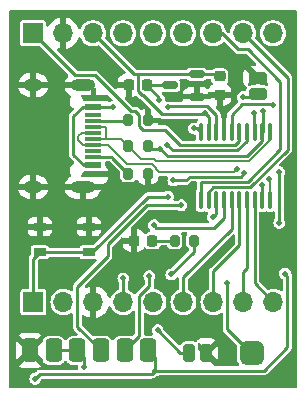
<source format=gtl>
G04 #@! TF.GenerationSoftware,KiCad,Pcbnew,7.0.7*
G04 #@! TF.CreationDate,2024-04-02T17:06:20-04:00*
G04 #@! TF.ProjectId,sensor_node,73656e73-6f72-45f6-9e6f-64652e6b6963,rev?*
G04 #@! TF.SameCoordinates,Original*
G04 #@! TF.FileFunction,Copper,L1,Top*
G04 #@! TF.FilePolarity,Positive*
%FSLAX46Y46*%
G04 Gerber Fmt 4.6, Leading zero omitted, Abs format (unit mm)*
G04 Created by KiCad (PCBNEW 7.0.7) date 2024-04-02 17:06:20*
%MOMM*%
%LPD*%
G01*
G04 APERTURE LIST*
G04 Aperture macros list*
%AMRoundRect*
0 Rectangle with rounded corners*
0 $1 Rounding radius*
0 $2 $3 $4 $5 $6 $7 $8 $9 X,Y pos of 4 corners*
0 Add a 4 corners polygon primitive as box body*
4,1,4,$2,$3,$4,$5,$6,$7,$8,$9,$2,$3,0*
0 Add four circle primitives for the rounded corners*
1,1,$1+$1,$2,$3*
1,1,$1+$1,$4,$5*
1,1,$1+$1,$6,$7*
1,1,$1+$1,$8,$9*
0 Add four rect primitives between the rounded corners*
20,1,$1+$1,$2,$3,$4,$5,0*
20,1,$1+$1,$4,$5,$6,$7,0*
20,1,$1+$1,$6,$7,$8,$9,0*
20,1,$1+$1,$8,$9,$2,$3,0*%
G04 Aperture macros list end*
G04 #@! TA.AperFunction,SMDPad,CuDef*
%ADD10RoundRect,0.500000X-0.500000X-0.500000X0.500000X-0.500000X0.500000X0.500000X-0.500000X0.500000X0*%
G04 #@! TD*
G04 #@! TA.AperFunction,ComponentPad*
%ADD11R,1.700000X1.700000*%
G04 #@! TD*
G04 #@! TA.AperFunction,ComponentPad*
%ADD12O,1.700000X1.700000*%
G04 #@! TD*
G04 #@! TA.AperFunction,SMDPad,CuDef*
%ADD13RoundRect,0.350000X-0.350000X0.650000X-0.350000X-0.650000X0.350000X-0.650000X0.350000X0.650000X0*%
G04 #@! TD*
G04 #@! TA.AperFunction,SMDPad,CuDef*
%ADD14RoundRect,0.250000X-0.250000X-0.500000X0.250000X-0.500000X0.250000X0.500000X-0.250000X0.500000X0*%
G04 #@! TD*
G04 #@! TA.AperFunction,SMDPad,CuDef*
%ADD15RoundRect,0.225000X0.225000X0.250000X-0.225000X0.250000X-0.225000X-0.250000X0.225000X-0.250000X0*%
G04 #@! TD*
G04 #@! TA.AperFunction,SMDPad,CuDef*
%ADD16RoundRect,0.100000X-0.100000X0.637500X-0.100000X-0.637500X0.100000X-0.637500X0.100000X0.637500X0*%
G04 #@! TD*
G04 #@! TA.AperFunction,SMDPad,CuDef*
%ADD17RoundRect,0.200000X-0.200000X-0.275000X0.200000X-0.275000X0.200000X0.275000X-0.200000X0.275000X0*%
G04 #@! TD*
G04 #@! TA.AperFunction,SMDPad,CuDef*
%ADD18RoundRect,0.218750X-0.218750X-0.256250X0.218750X-0.256250X0.218750X0.256250X-0.218750X0.256250X0*%
G04 #@! TD*
G04 #@! TA.AperFunction,SMDPad,CuDef*
%ADD19R,1.450000X0.600000*%
G04 #@! TD*
G04 #@! TA.AperFunction,SMDPad,CuDef*
%ADD20R,1.450000X0.300000*%
G04 #@! TD*
G04 #@! TA.AperFunction,ComponentPad*
%ADD21O,2.100000X1.000000*%
G04 #@! TD*
G04 #@! TA.AperFunction,ComponentPad*
%ADD22O,1.600000X1.000000*%
G04 #@! TD*
G04 #@! TA.AperFunction,SMDPad,CuDef*
%ADD23R,1.050000X0.650000*%
G04 #@! TD*
G04 #@! TA.AperFunction,SMDPad,CuDef*
%ADD24RoundRect,0.225000X-0.250000X0.225000X-0.250000X-0.225000X0.250000X-0.225000X0.250000X0.225000X0*%
G04 #@! TD*
G04 #@! TA.AperFunction,SMDPad,CuDef*
%ADD25RoundRect,0.250000X-0.500000X0.250000X-0.500000X-0.250000X0.500000X-0.250000X0.500000X0.250000X0*%
G04 #@! TD*
G04 #@! TA.AperFunction,SMDPad,CuDef*
%ADD26RoundRect,0.200000X0.200000X0.275000X-0.200000X0.275000X-0.200000X-0.275000X0.200000X-0.275000X0*%
G04 #@! TD*
G04 #@! TA.AperFunction,SMDPad,CuDef*
%ADD27RoundRect,0.150000X0.512500X0.150000X-0.512500X0.150000X-0.512500X-0.150000X0.512500X-0.150000X0*%
G04 #@! TD*
G04 #@! TA.AperFunction,ViaPad*
%ADD28C,0.500000*%
G04 #@! TD*
G04 #@! TA.AperFunction,Conductor*
%ADD29C,0.250000*%
G04 #@! TD*
G04 #@! TA.AperFunction,Conductor*
%ADD30C,0.200000*%
G04 #@! TD*
G04 APERTURE END LIST*
D10*
X156500000Y-117100000D03*
D11*
X137958418Y-90031013D03*
D12*
X140498418Y-90031013D03*
X143038418Y-90031013D03*
X145578418Y-90031013D03*
X148118418Y-90031013D03*
X150658418Y-90031013D03*
X153198418Y-90031013D03*
X155738418Y-90031013D03*
X158278418Y-90031013D03*
D13*
X147700000Y-116900000D03*
X145700000Y-116900000D03*
X143700000Y-116900000D03*
X141700000Y-116900000D03*
X139700000Y-116900000D03*
X137700000Y-116900000D03*
D14*
X151200000Y-117100000D03*
X152600000Y-117100000D03*
D15*
X147599999Y-94450000D03*
X146049999Y-94450000D03*
D16*
X158025000Y-98437500D03*
X157375000Y-98437500D03*
X156725000Y-98437500D03*
X156075000Y-98437500D03*
X155425000Y-98437500D03*
X154775000Y-98437500D03*
X154125000Y-98437500D03*
X153475000Y-98437500D03*
X152825000Y-98437500D03*
X152175000Y-98437500D03*
X152175000Y-104162500D03*
X152825000Y-104162500D03*
X153475000Y-104162500D03*
X154125000Y-104162500D03*
X154775000Y-104162500D03*
X155425000Y-104162500D03*
X156075000Y-104162500D03*
X156725000Y-104162500D03*
X157375000Y-104162500D03*
X158025000Y-104162500D03*
D11*
X137980000Y-112800000D03*
D12*
X140520000Y-112800000D03*
X143060000Y-112800000D03*
X145600000Y-112800000D03*
X148140000Y-112800000D03*
X150680000Y-112800000D03*
X153220000Y-112800000D03*
X155760000Y-112800000D03*
X158300000Y-112800000D03*
D17*
X145999999Y-101927500D03*
X147649999Y-101927500D03*
D18*
X146487499Y-107599999D03*
X148062499Y-107599999D03*
D19*
X143069999Y-95487500D03*
X143069999Y-96287500D03*
D20*
X143069999Y-97487500D03*
X143069999Y-98487500D03*
X143069999Y-98987500D03*
X143069999Y-99987500D03*
D19*
X143069999Y-101187500D03*
X143069999Y-101987500D03*
X143069999Y-101987500D03*
X143069999Y-101187500D03*
D20*
X143069999Y-100487500D03*
X143069999Y-99487500D03*
X143069999Y-97987500D03*
X143069999Y-96987500D03*
D19*
X143069999Y-96287500D03*
X143069999Y-95487500D03*
D21*
X142154999Y-94417500D03*
D22*
X137974999Y-94417500D03*
D21*
X142154999Y-103057500D03*
D22*
X137974999Y-103057500D03*
D17*
X145999999Y-97427500D03*
X147649999Y-97427500D03*
D23*
X142675000Y-108575000D03*
X138525000Y-108575000D03*
X142675000Y-106425000D03*
X138525000Y-106425000D03*
D24*
X153762498Y-93700000D03*
X153762498Y-95250000D03*
D25*
X157000000Y-93800000D03*
X157000000Y-95200000D03*
D26*
X151587498Y-107600000D03*
X149937498Y-107600000D03*
D17*
X145999999Y-99627500D03*
X147649999Y-99627500D03*
D27*
X151800000Y-95400000D03*
X151800000Y-93500000D03*
X149525000Y-94450000D03*
D28*
X158800000Y-101800000D03*
X138145406Y-119300000D03*
X152481017Y-96793483D03*
X158800000Y-106100000D03*
X148300000Y-118600000D03*
X159300000Y-110400000D03*
X144700000Y-96300000D03*
X148643767Y-95656233D03*
X149400000Y-96325500D03*
X157356233Y-102856233D03*
X149824500Y-102500000D03*
X155800000Y-101900000D03*
X148500000Y-115174500D03*
X142300000Y-118325500D03*
X158300000Y-96100000D03*
X155200000Y-101500000D03*
X157900000Y-102400000D03*
X149374500Y-103900000D03*
X149318132Y-99490841D03*
X156700000Y-96774500D03*
X150500000Y-104600000D03*
X147800000Y-110600000D03*
X157400000Y-96600000D03*
X148693767Y-99806233D03*
X151599499Y-98100000D03*
X148200000Y-106300000D03*
X145600000Y-110800000D03*
X149663767Y-110463767D03*
X155702326Y-95450500D03*
X154400000Y-111200000D03*
X153200000Y-105600000D03*
D29*
X157500000Y-118600000D02*
X148300000Y-118600000D01*
X159475000Y-110575000D02*
X159475000Y-116625000D01*
X159475000Y-116625000D02*
X157500000Y-118600000D01*
X159300000Y-110400000D02*
X159475000Y-110575000D01*
X158800000Y-101800000D02*
X158800000Y-106100000D01*
X152481017Y-96793483D02*
X152374500Y-96900000D01*
X151799998Y-93500001D02*
X153562499Y-93500000D01*
X148900000Y-96900000D02*
X147250000Y-95250000D01*
X146507405Y-93500000D02*
X146900000Y-93500000D01*
X146824999Y-94927817D02*
X146824999Y-93575001D01*
X148300000Y-118600000D02*
X148300000Y-117500000D01*
X138545406Y-118900000D02*
X148000000Y-118900000D01*
X147147182Y-95250000D02*
X146824999Y-94927817D01*
X153562499Y-93500000D02*
X153762498Y-93699999D01*
X152481017Y-96793483D02*
X152825000Y-97137466D01*
X152374500Y-96900000D02*
X148900000Y-96900000D01*
X148300000Y-117500000D02*
X147700000Y-116900000D01*
X138145406Y-119300000D02*
X138545406Y-118900000D01*
X146824999Y-93575001D02*
X146900000Y-93500000D01*
X148000000Y-118900000D02*
X148300000Y-118600000D01*
X146900000Y-93500000D02*
X151800000Y-93500000D01*
X152825000Y-97137466D02*
X152825000Y-98437500D01*
X147250000Y-95250000D02*
X147147182Y-95250000D01*
X143038418Y-90031013D02*
X146507405Y-93500000D01*
X143069999Y-96287500D02*
X142174948Y-96287500D01*
X148643767Y-95493768D02*
X147599999Y-94450000D01*
X144687500Y-96287500D02*
X144700000Y-96300000D01*
X141375000Y-100317501D02*
X142244999Y-101187500D01*
X142174948Y-96287500D02*
X141375000Y-97087448D01*
X142244999Y-101187500D02*
X143069999Y-101187500D01*
X149525000Y-94450000D02*
X147599998Y-94450000D01*
X141375000Y-97087448D02*
X141375000Y-100317501D01*
X143069999Y-96287500D02*
X144687500Y-96287500D01*
X148643767Y-95656233D02*
X148643767Y-95493768D01*
X154775000Y-106625000D02*
X150680000Y-110720000D01*
X150680000Y-110720000D02*
X150680000Y-112800000D01*
X154775000Y-104162500D02*
X154775000Y-106625000D01*
X155425000Y-99126041D02*
X155425000Y-98437500D01*
X150400000Y-99500000D02*
X155051041Y-99500000D01*
X146924999Y-97919962D02*
X147232537Y-98227500D01*
X141519905Y-93592500D02*
X143192500Y-93592500D01*
X147232537Y-98227500D02*
X149127500Y-98227500D01*
X146227500Y-96627500D02*
X146617461Y-96627500D01*
X149127500Y-98227500D02*
X150400000Y-99500000D01*
X137958418Y-90031013D02*
X141519905Y-93592500D01*
X143192500Y-93592500D02*
X146227500Y-96627500D01*
X155051041Y-99500000D02*
X155425000Y-99126041D01*
X146924999Y-96935038D02*
X146924999Y-97919962D01*
X146617461Y-96627500D02*
X146924999Y-96935038D01*
X149525500Y-96200000D02*
X152700000Y-96200000D01*
X153475000Y-96975000D02*
X153475000Y-98437500D01*
X152700000Y-96200000D02*
X153475000Y-96975000D01*
X149400000Y-96325500D02*
X149525500Y-96200000D01*
X157375000Y-102875000D02*
X157356233Y-102856233D01*
X157300000Y-104237500D02*
X157375000Y-104162500D01*
X149824500Y-102500000D02*
X150900000Y-102500000D01*
X157375000Y-104162500D02*
X157375000Y-102875000D01*
X151225000Y-102175000D02*
X155525000Y-102175000D01*
X150900000Y-102500000D02*
X151225000Y-102175000D01*
X155525000Y-102175000D02*
X155800000Y-101900000D01*
X142300000Y-118325500D02*
X142300000Y-117500000D01*
X139700000Y-116900000D02*
X141700000Y-116900000D01*
X151200000Y-117100000D02*
X150425500Y-117100000D01*
X150425500Y-117100000D02*
X148500000Y-115174500D01*
X142300000Y-117500000D02*
X141700000Y-116900000D01*
X156138604Y-102625000D02*
X158900000Y-99863604D01*
X158900000Y-99863604D02*
X158900000Y-94136827D01*
X155313173Y-91400000D02*
X153944186Y-90031013D01*
X153944186Y-90031013D02*
X153198418Y-90031013D01*
X152175000Y-102625000D02*
X156138604Y-102625000D01*
X156163173Y-91400000D02*
X155313173Y-91400000D01*
X158900000Y-94136827D02*
X156163173Y-91400000D01*
X152175000Y-104162500D02*
X152175000Y-102625000D01*
X156300000Y-103100000D02*
X153198959Y-103100000D01*
X159500000Y-93792595D02*
X159500000Y-99900000D01*
X155738418Y-90031013D02*
X159500000Y-93792595D01*
X153198959Y-103100000D02*
X152825000Y-103473959D01*
X159500000Y-99900000D02*
X156300000Y-103100000D01*
X152825000Y-103473959D02*
X152825000Y-104162500D01*
X158300000Y-96100000D02*
X158225000Y-96025000D01*
X154775000Y-96925000D02*
X154775000Y-98437500D01*
X155675000Y-96025000D02*
X154775000Y-96925000D01*
X158225000Y-96025000D02*
X155675000Y-96025000D01*
X143069999Y-97487500D02*
X145939999Y-97487500D01*
X145939999Y-97487500D02*
X145999999Y-97427500D01*
D30*
X150998959Y-101800000D02*
X148600000Y-101800000D01*
X143069999Y-98487500D02*
X142094999Y-98487500D01*
X154950000Y-101750000D02*
X151048959Y-101750000D01*
X142094999Y-98487500D02*
X141800000Y-98782499D01*
X148349999Y-101549999D02*
X148349999Y-101445393D01*
X144287500Y-99487500D02*
X143069999Y-99487500D01*
X158025000Y-104162500D02*
X158025000Y-102525000D01*
X141800000Y-99100000D02*
X142187500Y-99487500D01*
X142187500Y-99487500D02*
X143069999Y-99487500D01*
X155200000Y-101500000D02*
X154950000Y-101750000D01*
X148004606Y-101100000D02*
X145900000Y-101100000D01*
X141800000Y-98782499D02*
X141800000Y-99100000D01*
X145900000Y-101100000D02*
X144287500Y-99487500D01*
X151048959Y-101750000D02*
X150998959Y-101800000D01*
X148349999Y-101445393D02*
X148004606Y-101100000D01*
X158025000Y-102525000D02*
X157900000Y-102400000D01*
X148600000Y-101800000D02*
X148349999Y-101549999D01*
X145999999Y-99627500D02*
X147072499Y-100700000D01*
X143069999Y-98987500D02*
X145359999Y-98987500D01*
X156215685Y-100900000D02*
X158025000Y-99090685D01*
X144094999Y-98937500D02*
X144094999Y-98037500D01*
X147072499Y-100700000D02*
X148170291Y-100700000D01*
X145359999Y-98987500D02*
X145999999Y-99627500D01*
X143069999Y-98987500D02*
X144044999Y-98987500D01*
X158025000Y-99090685D02*
X158025000Y-98437500D01*
X148370291Y-100900000D02*
X156215685Y-100900000D01*
X144094999Y-98037500D02*
X144044999Y-97987500D01*
X144044999Y-98987500D02*
X144094999Y-98937500D01*
X144044999Y-97987500D02*
X143069999Y-97987500D01*
X148170291Y-100700000D02*
X148370291Y-100900000D01*
D29*
X144659999Y-100487500D02*
X143069999Y-100487500D01*
X144659999Y-100587500D02*
X145999999Y-101927500D01*
X144659999Y-100487500D02*
X144659999Y-100587500D01*
X156725000Y-111225000D02*
X158300000Y-112800000D01*
X156725000Y-104162500D02*
X156725000Y-111225000D01*
X156075000Y-99126041D02*
X156075000Y-98437500D01*
X137980000Y-112800000D02*
X137980000Y-109120000D01*
X149318132Y-99490841D02*
X149777291Y-99950000D01*
X142988604Y-108575000D02*
X142675000Y-108575000D01*
X138525000Y-108575000D02*
X142675000Y-108575000D01*
X147663604Y-103900000D02*
X142988604Y-108575000D01*
X149777291Y-99950000D02*
X155251041Y-99950000D01*
X155251041Y-99950000D02*
X156075000Y-99126041D01*
X137980000Y-109120000D02*
X138525000Y-108575000D01*
X149374500Y-103900000D02*
X147663604Y-103900000D01*
X144300000Y-107900000D02*
X144300000Y-108900000D01*
X150500000Y-104600000D02*
X147600000Y-104600000D01*
X147600000Y-104600000D02*
X144300000Y-107900000D01*
X144300000Y-108900000D02*
X141695000Y-111505000D01*
X141695000Y-114895000D02*
X143700000Y-116900000D01*
X156700000Y-96774500D02*
X156700000Y-98412500D01*
X156700000Y-98412500D02*
X156725000Y-98437500D01*
X141695000Y-111505000D02*
X141695000Y-114895000D01*
X147800000Y-111450000D02*
X146965000Y-112285000D01*
X148693767Y-99806233D02*
X147828732Y-99806233D01*
X147800000Y-110600000D02*
X147800000Y-111450000D01*
X147828732Y-99806233D02*
X147649999Y-99627500D01*
X157400000Y-98412500D02*
X157375000Y-98437500D01*
X157375000Y-99139645D02*
X156039645Y-100475000D01*
X146965000Y-115635000D02*
X145700000Y-116900000D01*
X157400000Y-96600000D02*
X157400000Y-98412500D01*
X157375000Y-98437500D02*
X157375000Y-99139645D01*
X149362534Y-100475000D02*
X148693767Y-99806233D01*
X146965000Y-112285000D02*
X146965000Y-115635000D01*
X156039645Y-100475000D02*
X149362534Y-100475000D01*
X151837500Y-98100000D02*
X152175000Y-98437500D01*
X151599499Y-98100000D02*
X151837500Y-98100000D01*
X145600000Y-112800000D02*
X145600000Y-110800000D01*
X148400000Y-106500000D02*
X153300000Y-106500000D01*
X148200000Y-106300000D02*
X148400000Y-106500000D01*
X154125000Y-105675000D02*
X154125000Y-104162500D01*
X153300000Y-106500000D02*
X154125000Y-105675000D01*
X155425000Y-104162500D02*
X155425000Y-107975000D01*
X155425000Y-107975000D02*
X153220000Y-110180000D01*
X153220000Y-110180000D02*
X153220000Y-112800000D01*
X156075000Y-104162500D02*
X156075000Y-109945000D01*
X156075000Y-109945000D02*
X155760000Y-110260000D01*
X155760000Y-110260000D02*
X155760000Y-112800000D01*
X149937499Y-107600000D02*
X148062500Y-107600000D01*
X151587498Y-108540036D02*
X151587498Y-107600000D01*
X149663767Y-110463767D02*
X151587498Y-108540036D01*
X156836827Y-95200000D02*
X157000000Y-95200000D01*
X156586327Y-95450500D02*
X156836827Y-95200000D01*
X155702326Y-95450500D02*
X156586327Y-95450500D01*
X154400000Y-115100000D02*
X156300000Y-117000000D01*
X153475000Y-104162500D02*
X153475000Y-105325000D01*
X153475000Y-105325000D02*
X153200000Y-105600000D01*
X154400000Y-111200000D02*
X154400000Y-115100000D01*
G04 #@! TA.AperFunction,Conductor*
G36*
X144510992Y-113148094D02*
G01*
X144564871Y-113192578D01*
X144573182Y-113206811D01*
X144660327Y-113381821D01*
X144783237Y-113544581D01*
X144933958Y-113681980D01*
X144933960Y-113681982D01*
X144977879Y-113709175D01*
X145107363Y-113789348D01*
X145297544Y-113863024D01*
X145498024Y-113900500D01*
X145498026Y-113900500D01*
X145701974Y-113900500D01*
X145701976Y-113900500D01*
X145902456Y-113863024D01*
X146092637Y-113789348D01*
X146266041Y-113681981D01*
X146381962Y-113576304D01*
X146444766Y-113545688D01*
X146514153Y-113553885D01*
X146568093Y-113598295D01*
X146589461Y-113664817D01*
X146589500Y-113667942D01*
X146589500Y-115428100D01*
X146569815Y-115495139D01*
X146553185Y-115515776D01*
X146447412Y-115621550D01*
X146404821Y-115664141D01*
X146343498Y-115697625D01*
X146273806Y-115692641D01*
X146269688Y-115691020D01*
X146206765Y-115664957D01*
X146206760Y-115664955D01*
X146089361Y-115649500D01*
X145310636Y-115649500D01*
X145193246Y-115664953D01*
X145193237Y-115664956D01*
X145047160Y-115725463D01*
X144921718Y-115821718D01*
X144825463Y-115947160D01*
X144814561Y-115973481D01*
X144770720Y-116027884D01*
X144704425Y-116049949D01*
X144636726Y-116032670D01*
X144589116Y-115981532D01*
X144585439Y-115973481D01*
X144574536Y-115947160D01*
X144574536Y-115947159D01*
X144478282Y-115821718D01*
X144352841Y-115725464D01*
X144346233Y-115722727D01*
X144206762Y-115664956D01*
X144206760Y-115664955D01*
X144089361Y-115649500D01*
X143310636Y-115649500D01*
X143193241Y-115664954D01*
X143193235Y-115664956D01*
X143130311Y-115691020D01*
X143060842Y-115698489D01*
X142998363Y-115667213D01*
X142995178Y-115664140D01*
X142106819Y-114775781D01*
X142073334Y-114714458D01*
X142070500Y-114688100D01*
X142070500Y-113993392D01*
X142090185Y-113926353D01*
X142142989Y-113880598D01*
X142212147Y-113870654D01*
X142265624Y-113891817D01*
X142382421Y-113973600D01*
X142596507Y-114073429D01*
X142596516Y-114073433D01*
X142810000Y-114130634D01*
X142810000Y-113412301D01*
X142829685Y-113345262D01*
X142882489Y-113299507D01*
X142951647Y-113289563D01*
X143024237Y-113300000D01*
X143024238Y-113300000D01*
X143095762Y-113300000D01*
X143095763Y-113300000D01*
X143168353Y-113289563D01*
X143237512Y-113299507D01*
X143290315Y-113345262D01*
X143310000Y-113412301D01*
X143310000Y-114130633D01*
X143523483Y-114073433D01*
X143523492Y-114073429D01*
X143737578Y-113973600D01*
X143931082Y-113838105D01*
X144098105Y-113671082D01*
X144233600Y-113477578D01*
X144333429Y-113263492D01*
X144333431Y-113263489D01*
X144342406Y-113229992D01*
X144378770Y-113170331D01*
X144441616Y-113139800D01*
X144510992Y-113148094D01*
G37*
G04 #@! TD.AperFunction*
G04 #@! TA.AperFunction,Conductor*
G36*
X141949410Y-90379107D02*
G01*
X142003289Y-90423591D01*
X142011600Y-90437824D01*
X142098745Y-90612834D01*
X142221655Y-90775594D01*
X142372376Y-90912993D01*
X142372378Y-90912995D01*
X142471559Y-90974405D01*
X142545781Y-91020361D01*
X142735962Y-91094037D01*
X142936442Y-91131513D01*
X142936444Y-91131513D01*
X143140392Y-91131513D01*
X143140394Y-91131513D01*
X143340874Y-91094037D01*
X143430974Y-91059131D01*
X143500592Y-91053269D01*
X143562332Y-91085978D01*
X143563445Y-91087077D01*
X145750658Y-93274290D01*
X145784143Y-93335613D01*
X145779159Y-93405305D01*
X145737287Y-93461238D01*
X145683676Y-93482169D01*
X145684010Y-93483727D01*
X145677395Y-93485142D01*
X145516517Y-93538452D01*
X145516506Y-93538457D01*
X145372270Y-93627424D01*
X145372266Y-93627427D01*
X145252426Y-93747267D01*
X145252423Y-93747271D01*
X145163456Y-93891507D01*
X145163451Y-93891518D01*
X145110143Y-94052393D01*
X145099999Y-94151677D01*
X145099999Y-94200000D01*
X146175999Y-94200000D01*
X146243038Y-94219685D01*
X146288793Y-94272489D01*
X146299999Y-94324000D01*
X146299999Y-95424999D01*
X146323307Y-95424999D01*
X146323321Y-95424998D01*
X146422606Y-95414855D01*
X146583488Y-95361544D01*
X146589225Y-95358006D01*
X146656616Y-95339563D01*
X146723281Y-95360483D01*
X146742006Y-95375861D01*
X146845031Y-95478886D01*
X146861159Y-95498745D01*
X146867098Y-95507836D01*
X146890435Y-95526000D01*
X146895111Y-95529639D01*
X146900873Y-95534728D01*
X146903665Y-95537520D01*
X146922668Y-95551088D01*
X146965993Y-95584809D01*
X146965995Y-95584809D01*
X146972917Y-95588555D01*
X146979980Y-95592008D01*
X146979983Y-95592010D01*
X147032594Y-95607673D01*
X147047648Y-95612841D01*
X147072528Y-95621383D01*
X147119946Y-95650983D01*
X147863680Y-96394717D01*
X147897165Y-96456040D01*
X147899999Y-96482398D01*
X147899999Y-97177500D01*
X148601360Y-97177500D01*
X148601360Y-97181639D01*
X148645136Y-97184730D01*
X148678066Y-97203095D01*
X148709174Y-97227308D01*
X148718813Y-97234811D01*
X148725722Y-97238549D01*
X148732800Y-97242010D01*
X148785405Y-97257670D01*
X148785405Y-97257671D01*
X148837340Y-97275500D01*
X148837342Y-97275500D01*
X148845079Y-97276791D01*
X148852909Y-97277767D01*
X148852911Y-97277768D01*
X148852912Y-97277767D01*
X148852913Y-97277768D01*
X148907755Y-97275500D01*
X151813855Y-97275500D01*
X151880894Y-97295185D01*
X151926649Y-97347989D01*
X151936593Y-97417147D01*
X151907568Y-97480703D01*
X151876638Y-97504497D01*
X151876878Y-97504832D01*
X151868515Y-97510802D01*
X151807247Y-97572071D01*
X151745924Y-97605556D01*
X151684632Y-97603367D01*
X151671462Y-97599500D01*
X151671460Y-97599500D01*
X151527538Y-97599500D01*
X151527535Y-97599500D01*
X151389448Y-97640045D01*
X151268372Y-97717856D01*
X151174122Y-97826626D01*
X151174121Y-97826628D01*
X151114333Y-97957543D01*
X151093852Y-98099999D01*
X151114333Y-98242456D01*
X151115397Y-98244785D01*
X151174122Y-98373373D01*
X151268371Y-98482143D01*
X151389446Y-98559953D01*
X151389449Y-98559954D01*
X151389448Y-98559954D01*
X151527535Y-98600499D01*
X151527537Y-98600500D01*
X151600500Y-98600500D01*
X151667539Y-98620185D01*
X151713294Y-98672989D01*
X151724500Y-98724500D01*
X151724500Y-99000500D01*
X151704815Y-99067539D01*
X151652011Y-99113294D01*
X151600500Y-99124500D01*
X150606899Y-99124500D01*
X150539860Y-99104815D01*
X150519218Y-99088181D01*
X149429649Y-97998611D01*
X149413522Y-97978752D01*
X149407586Y-97969667D01*
X149407583Y-97969663D01*
X149379574Y-97947863D01*
X149373810Y-97942772D01*
X149371015Y-97939977D01*
X149352005Y-97926406D01*
X149308689Y-97892690D01*
X149301774Y-97888948D01*
X149294700Y-97885490D01*
X149242096Y-97869829D01*
X149190158Y-97851999D01*
X149182423Y-97850708D01*
X149174585Y-97849731D01*
X149119744Y-97852000D01*
X148673999Y-97852000D01*
X148606960Y-97832315D01*
X148561205Y-97779511D01*
X148549999Y-97728000D01*
X148549999Y-97677500D01*
X147523999Y-97677500D01*
X147456960Y-97657815D01*
X147411205Y-97605011D01*
X147399999Y-97553500D01*
X147399999Y-96452500D01*
X147399998Y-96452499D01*
X147393435Y-96452500D01*
X147393416Y-96452501D01*
X147322896Y-96458908D01*
X147322891Y-96458909D01*
X147160600Y-96509481D01*
X147153758Y-96512561D01*
X147152968Y-96510806D01*
X147095061Y-96526083D01*
X147028592Y-96504551D01*
X147010810Y-96489811D01*
X146919610Y-96398611D01*
X146903483Y-96378752D01*
X146897547Y-96369667D01*
X146897544Y-96369663D01*
X146872738Y-96350356D01*
X146869533Y-96347861D01*
X146863771Y-96342772D01*
X146860976Y-96339977D01*
X146841966Y-96326406D01*
X146798650Y-96292690D01*
X146791735Y-96288948D01*
X146784661Y-96285490D01*
X146732057Y-96269829D01*
X146680119Y-96251999D01*
X146672384Y-96250708D01*
X146664546Y-96249731D01*
X146609705Y-96252000D01*
X146434399Y-96252000D01*
X146367360Y-96232315D01*
X146346718Y-96215681D01*
X145765699Y-95634662D01*
X145732214Y-95573339D01*
X145737198Y-95503647D01*
X145765698Y-95459301D01*
X145799999Y-95424999D01*
X145799999Y-94700000D01*
X145100000Y-94700000D01*
X145087362Y-94712637D01*
X145080315Y-94736639D01*
X145027511Y-94782394D01*
X144958353Y-94792338D01*
X144894797Y-94763313D01*
X144888319Y-94757281D01*
X143494649Y-93363611D01*
X143478522Y-93343752D01*
X143472586Y-93334667D01*
X143472583Y-93334663D01*
X143444574Y-93312863D01*
X143438810Y-93307772D01*
X143436015Y-93304977D01*
X143417005Y-93291406D01*
X143373689Y-93257690D01*
X143366774Y-93253948D01*
X143359700Y-93250490D01*
X143307096Y-93234829D01*
X143255158Y-93216999D01*
X143247423Y-93215708D01*
X143239585Y-93214731D01*
X143184744Y-93217000D01*
X141726804Y-93217000D01*
X141659765Y-93197315D01*
X141639123Y-93180681D01*
X139990543Y-91532100D01*
X139957058Y-91470777D01*
X139962042Y-91401085D01*
X140003914Y-91345152D01*
X140069378Y-91320735D01*
X140110317Y-91324644D01*
X140248418Y-91361647D01*
X140248418Y-90643314D01*
X140268103Y-90576275D01*
X140320907Y-90530520D01*
X140390065Y-90520576D01*
X140462655Y-90531013D01*
X140462656Y-90531013D01*
X140534180Y-90531013D01*
X140534181Y-90531013D01*
X140606771Y-90520576D01*
X140675930Y-90530520D01*
X140728733Y-90576275D01*
X140748418Y-90643314D01*
X140748418Y-91361646D01*
X140961901Y-91304446D01*
X140961910Y-91304442D01*
X141175996Y-91204613D01*
X141369500Y-91069118D01*
X141536523Y-90902095D01*
X141672018Y-90708591D01*
X141771847Y-90494505D01*
X141771849Y-90494502D01*
X141780824Y-90461005D01*
X141817188Y-90401344D01*
X141880034Y-90370813D01*
X141949410Y-90379107D01*
G37*
G04 #@! TD.AperFunction*
G04 #@! TA.AperFunction,Conductor*
G36*
X143263038Y-94667185D02*
G01*
X143308793Y-94719989D01*
X143319999Y-94771500D01*
X143319999Y-95237500D01*
X144255101Y-95237500D01*
X144322140Y-95257185D01*
X144342782Y-95273819D01*
X144666112Y-95597149D01*
X144699597Y-95658472D01*
X144694613Y-95728164D01*
X144652741Y-95784097D01*
X144613366Y-95803807D01*
X144489947Y-95840046D01*
X144486036Y-95842560D01*
X144418996Y-95862243D01*
X144351957Y-95842557D01*
X144306203Y-95789752D01*
X144294999Y-95738243D01*
X144294999Y-95737500D01*
X143827797Y-95737500D01*
X143821717Y-95737201D01*
X143819675Y-95737000D01*
X143819673Y-95737000D01*
X142320325Y-95737000D01*
X142320323Y-95737000D01*
X142318281Y-95737201D01*
X142312201Y-95737500D01*
X142285206Y-95737500D01*
X142218167Y-95717815D01*
X142172412Y-95665011D01*
X142170645Y-95660952D01*
X142127699Y-95557271D01*
X142127696Y-95557265D01*
X142067106Y-95478304D01*
X142035450Y-95437049D01*
X142035448Y-95437048D01*
X142035402Y-95436987D01*
X142010207Y-95371818D01*
X142024245Y-95303373D01*
X142073059Y-95253383D01*
X142133777Y-95237500D01*
X142819999Y-95237500D01*
X142819999Y-94771500D01*
X142839684Y-94704461D01*
X142892488Y-94658706D01*
X142943999Y-94647500D01*
X143195999Y-94647500D01*
X143263038Y-94667185D01*
G37*
G04 #@! TD.AperFunction*
G04 #@! TA.AperFunction,Conductor*
G36*
X160280956Y-88120185D02*
G01*
X160326711Y-88172989D01*
X160337917Y-88224500D01*
X160337918Y-96157543D01*
X160337918Y-112091527D01*
X160337919Y-119954176D01*
X160318234Y-120021215D01*
X160265430Y-120066970D01*
X160213919Y-120078176D01*
X136024000Y-120078176D01*
X135956961Y-120058491D01*
X135911206Y-120005687D01*
X135900000Y-119954176D01*
X135900000Y-118178449D01*
X136775104Y-118178449D01*
X136889519Y-118270418D01*
X136889518Y-118270418D01*
X137055150Y-118352564D01*
X137234568Y-118397184D01*
X137276086Y-118400000D01*
X138123911Y-118399999D01*
X138123912Y-118399999D01*
X138165423Y-118397185D01*
X138165433Y-118397184D01*
X138195550Y-118389694D01*
X138265358Y-118392616D01*
X138322505Y-118432816D01*
X138348846Y-118497531D01*
X138336018Y-118566213D01*
X138316707Y-118594011D01*
X138298818Y-118613442D01*
X138274409Y-118639958D01*
X138204827Y-118709540D01*
X138151006Y-118763361D01*
X138089683Y-118796845D01*
X138080977Y-118798416D01*
X138073446Y-118799499D01*
X137935355Y-118840045D01*
X137814279Y-118917856D01*
X137720029Y-119026626D01*
X137720028Y-119026628D01*
X137660240Y-119157543D01*
X137639759Y-119300000D01*
X137660240Y-119442456D01*
X137660242Y-119442460D01*
X137720029Y-119573373D01*
X137814278Y-119682143D01*
X137935353Y-119759953D01*
X137935356Y-119759954D01*
X137935355Y-119759954D01*
X138073442Y-119800499D01*
X138073444Y-119800500D01*
X138073445Y-119800500D01*
X138217368Y-119800500D01*
X138217368Y-119800499D01*
X138355459Y-119759953D01*
X138476534Y-119682143D01*
X138570783Y-119573373D01*
X138630571Y-119442457D01*
X138639283Y-119381854D01*
X138668308Y-119318298D01*
X138727086Y-119280523D01*
X138762022Y-119275500D01*
X147948196Y-119275500D01*
X147973641Y-119278139D01*
X147977440Y-119278935D01*
X147984268Y-119280367D01*
X148005225Y-119277754D01*
X148019492Y-119275977D01*
X148027168Y-119275500D01*
X148031112Y-119275500D01*
X148031114Y-119275500D01*
X148031116Y-119275499D01*
X148031122Y-119275499D01*
X148046487Y-119272934D01*
X148054140Y-119271657D01*
X148108626Y-119264866D01*
X148108627Y-119264865D01*
X148108629Y-119264865D01*
X148116141Y-119262628D01*
X148123606Y-119260066D01*
X148123606Y-119260065D01*
X148123610Y-119260065D01*
X148171877Y-119233944D01*
X148221211Y-119209826D01*
X148221213Y-119209823D01*
X148227594Y-119205268D01*
X148233818Y-119200423D01*
X148233826Y-119200419D01*
X148271008Y-119160028D01*
X148294395Y-119136640D01*
X148355717Y-119103154D01*
X148364436Y-119101581D01*
X148371954Y-119100500D01*
X148371961Y-119100500D01*
X148510053Y-119059953D01*
X148610834Y-118995184D01*
X148677874Y-118975500D01*
X157448196Y-118975500D01*
X157473641Y-118978139D01*
X157477440Y-118978935D01*
X157484268Y-118980367D01*
X157505225Y-118977754D01*
X157519492Y-118975977D01*
X157527168Y-118975500D01*
X157531112Y-118975500D01*
X157531114Y-118975500D01*
X157531116Y-118975499D01*
X157531122Y-118975499D01*
X157546487Y-118972934D01*
X157554140Y-118971657D01*
X157608626Y-118964866D01*
X157608627Y-118964865D01*
X157608629Y-118964865D01*
X157616141Y-118962628D01*
X157623606Y-118960066D01*
X157623606Y-118960065D01*
X157623610Y-118960065D01*
X157671877Y-118933944D01*
X157721211Y-118909826D01*
X157721213Y-118909823D01*
X157727594Y-118905268D01*
X157733819Y-118900422D01*
X157733826Y-118900419D01*
X157771007Y-118860029D01*
X159703892Y-116927144D01*
X159723741Y-116911025D01*
X159732836Y-116905084D01*
X159754644Y-116877062D01*
X159759721Y-116871316D01*
X159762520Y-116868518D01*
X159776094Y-116849504D01*
X159809809Y-116806189D01*
X159809809Y-116806187D01*
X159813547Y-116799280D01*
X159817003Y-116792207D01*
X159817010Y-116792199D01*
X159832670Y-116739596D01*
X159850500Y-116687660D01*
X159850500Y-116687655D01*
X159851790Y-116679924D01*
X159852768Y-116672085D01*
X159850500Y-116617244D01*
X159850500Y-110626803D01*
X159853139Y-110601358D01*
X159853785Y-110598274D01*
X159855367Y-110590731D01*
X159853287Y-110574051D01*
X159850977Y-110555508D01*
X159850500Y-110547832D01*
X159850500Y-110543889D01*
X159850499Y-110543883D01*
X159850261Y-110542457D01*
X159846655Y-110520847D01*
X159839865Y-110466374D01*
X159839865Y-110466373D01*
X159837617Y-110458827D01*
X159835065Y-110451390D01*
X159815598Y-110415418D01*
X159801915Y-110374047D01*
X159797027Y-110340047D01*
X159785165Y-110257543D01*
X159767040Y-110217856D01*
X159725379Y-110126630D01*
X159725376Y-110126626D01*
X159717328Y-110117338D01*
X159631128Y-110017857D01*
X159510053Y-109940047D01*
X159510051Y-109940046D01*
X159510049Y-109940045D01*
X159510050Y-109940045D01*
X159371963Y-109899500D01*
X159371961Y-109899500D01*
X159228039Y-109899500D01*
X159228036Y-109899500D01*
X159089949Y-109940045D01*
X158968873Y-110017856D01*
X158874623Y-110126626D01*
X158874622Y-110126628D01*
X158814834Y-110257543D01*
X158794353Y-110400000D01*
X158814834Y-110542456D01*
X158870933Y-110665293D01*
X158874623Y-110673373D01*
X158968872Y-110782143D01*
X159042540Y-110829486D01*
X159088294Y-110882289D01*
X159099500Y-110933801D01*
X159099500Y-111778030D01*
X159079815Y-111845069D01*
X159027011Y-111890824D01*
X158957853Y-111900768D01*
X158910223Y-111883457D01*
X158792642Y-111810655D01*
X158792639Y-111810653D01*
X158792637Y-111810652D01*
X158792636Y-111810651D01*
X158792635Y-111810651D01*
X158666777Y-111761894D01*
X158602456Y-111736976D01*
X158401976Y-111699500D01*
X158198024Y-111699500D01*
X158120279Y-111714033D01*
X157997542Y-111736976D01*
X157997534Y-111736979D01*
X157907444Y-111771879D01*
X157837821Y-111777740D01*
X157776081Y-111745030D01*
X157774971Y-111743933D01*
X157136819Y-111105780D01*
X157103334Y-111044457D01*
X157100500Y-111018099D01*
X157100500Y-105273297D01*
X157120185Y-105206258D01*
X157172989Y-105160503D01*
X157237189Y-105151271D01*
X157237269Y-105150176D01*
X157241738Y-105150500D01*
X157241740Y-105150500D01*
X157508261Y-105150500D01*
X157535350Y-105146553D01*
X157576393Y-105140573D01*
X157645541Y-105106768D01*
X157714413Y-105095010D01*
X157754458Y-105106768D01*
X157823607Y-105140573D01*
X157857673Y-105145536D01*
X157891739Y-105150500D01*
X157891740Y-105150500D01*
X158158261Y-105150500D01*
X158185350Y-105146553D01*
X158226393Y-105140573D01*
X158246040Y-105130967D01*
X158314913Y-105119209D01*
X158379210Y-105146553D01*
X158418517Y-105204317D01*
X158424500Y-105242369D01*
X158424500Y-105722815D01*
X158404815Y-105789854D01*
X158394215Y-105804016D01*
X158374623Y-105826627D01*
X158374622Y-105826628D01*
X158314834Y-105957543D01*
X158294353Y-106100000D01*
X158314834Y-106242456D01*
X158341114Y-106299999D01*
X158374623Y-106373373D01*
X158468872Y-106482143D01*
X158589947Y-106559953D01*
X158589950Y-106559954D01*
X158589949Y-106559954D01*
X158728036Y-106600499D01*
X158728038Y-106600500D01*
X158728039Y-106600500D01*
X158871962Y-106600500D01*
X158871962Y-106600499D01*
X159010053Y-106559953D01*
X159131128Y-106482143D01*
X159225377Y-106373373D01*
X159285165Y-106242457D01*
X159305647Y-106100000D01*
X159285165Y-105957543D01*
X159225377Y-105826627D01*
X159205785Y-105804016D01*
X159176762Y-105740460D01*
X159175500Y-105722815D01*
X159175500Y-102177183D01*
X159195185Y-102110144D01*
X159205783Y-102095985D01*
X159225377Y-102073373D01*
X159285165Y-101942457D01*
X159305647Y-101800000D01*
X159285165Y-101657543D01*
X159225377Y-101526627D01*
X159131128Y-101417857D01*
X159095316Y-101394842D01*
X159010051Y-101340045D01*
X158886632Y-101303807D01*
X158827854Y-101266033D01*
X158798829Y-101202477D01*
X158808773Y-101133319D01*
X158833883Y-101097152D01*
X159728889Y-100202146D01*
X159748746Y-100186022D01*
X159757836Y-100180084D01*
X159779638Y-100152071D01*
X159784733Y-100146303D01*
X159787519Y-100143518D01*
X159787528Y-100143506D01*
X159801086Y-100124516D01*
X159834807Y-100081192D01*
X159838547Y-100074278D01*
X159842006Y-100067203D01*
X159842010Y-100067199D01*
X159849196Y-100043061D01*
X159857672Y-100014593D01*
X159875500Y-99962661D01*
X159876791Y-99954924D01*
X159877768Y-99947086D01*
X159875500Y-99892244D01*
X159875500Y-93844399D01*
X159878139Y-93818954D01*
X159878785Y-93815870D01*
X159880367Y-93808327D01*
X159877086Y-93782003D01*
X159875977Y-93773104D01*
X159875500Y-93765428D01*
X159875500Y-93761485D01*
X159875499Y-93761477D01*
X159874891Y-93757836D01*
X159871655Y-93738441D01*
X159864865Y-93683969D01*
X159864865Y-93683968D01*
X159862617Y-93676422D01*
X159860066Y-93668988D01*
X159860065Y-93668986D01*
X159860065Y-93668985D01*
X159833939Y-93620709D01*
X159809826Y-93571384D01*
X159809823Y-93571381D01*
X159809823Y-93571380D01*
X159805271Y-93565004D01*
X159800415Y-93558764D01*
X159760029Y-93521587D01*
X156798128Y-90559685D01*
X156764643Y-90498362D01*
X156769085Y-90436247D01*
X156767431Y-90435777D01*
X156785915Y-90370813D01*
X156824815Y-90234096D01*
X156843633Y-90031013D01*
X157173203Y-90031013D01*
X157192020Y-90234095D01*
X157247835Y-90430260D01*
X157247840Y-90430273D01*
X157338745Y-90612834D01*
X157461655Y-90775594D01*
X157612376Y-90912993D01*
X157612378Y-90912995D01*
X157711559Y-90974405D01*
X157785781Y-91020361D01*
X157975962Y-91094037D01*
X158176442Y-91131513D01*
X158176444Y-91131513D01*
X158380392Y-91131513D01*
X158380394Y-91131513D01*
X158580874Y-91094037D01*
X158771055Y-91020361D01*
X158944459Y-90912994D01*
X159095182Y-90775592D01*
X159218091Y-90612834D01*
X159309000Y-90430263D01*
X159364815Y-90234096D01*
X159383633Y-90031013D01*
X159364815Y-89827930D01*
X159309000Y-89631763D01*
X159293692Y-89601021D01*
X159237578Y-89488327D01*
X159218091Y-89449192D01*
X159095182Y-89286434D01*
X159095180Y-89286431D01*
X158944459Y-89149032D01*
X158944457Y-89149030D01*
X158771060Y-89041668D01*
X158771053Y-89041664D01*
X158645187Y-88992904D01*
X158580874Y-88967989D01*
X158380394Y-88930513D01*
X158176442Y-88930513D01*
X157975962Y-88967989D01*
X157975959Y-88967989D01*
X157975959Y-88967990D01*
X157785782Y-89041664D01*
X157785775Y-89041668D01*
X157612378Y-89149030D01*
X157612376Y-89149032D01*
X157461655Y-89286431D01*
X157338745Y-89449191D01*
X157247840Y-89631752D01*
X157247835Y-89631765D01*
X157192020Y-89827930D01*
X157173203Y-90031012D01*
X157173203Y-90031013D01*
X156843633Y-90031013D01*
X156824815Y-89827930D01*
X156769000Y-89631763D01*
X156753692Y-89601021D01*
X156697578Y-89488327D01*
X156678091Y-89449192D01*
X156555182Y-89286434D01*
X156555180Y-89286431D01*
X156404459Y-89149032D01*
X156404457Y-89149030D01*
X156231060Y-89041668D01*
X156231053Y-89041664D01*
X156105187Y-88992904D01*
X156040874Y-88967989D01*
X155840394Y-88930513D01*
X155636442Y-88930513D01*
X155435962Y-88967989D01*
X155435959Y-88967989D01*
X155435959Y-88967990D01*
X155245782Y-89041664D01*
X155245775Y-89041668D01*
X155072378Y-89149030D01*
X155072376Y-89149032D01*
X154921655Y-89286431D01*
X154798745Y-89449191D01*
X154707840Y-89631752D01*
X154707835Y-89631765D01*
X154652020Y-89827930D01*
X154644177Y-89912575D01*
X154618390Y-89977512D01*
X154561590Y-90018199D01*
X154491809Y-90021719D01*
X154433025Y-89988814D01*
X154312626Y-89868415D01*
X154281042Y-89814669D01*
X154229000Y-89631763D01*
X154213692Y-89601021D01*
X154157578Y-89488327D01*
X154138091Y-89449192D01*
X154015182Y-89286434D01*
X154015180Y-89286431D01*
X153864459Y-89149032D01*
X153864457Y-89149030D01*
X153691060Y-89041668D01*
X153691053Y-89041664D01*
X153565187Y-88992904D01*
X153500874Y-88967989D01*
X153300394Y-88930513D01*
X153096442Y-88930513D01*
X152895962Y-88967989D01*
X152895959Y-88967989D01*
X152895959Y-88967990D01*
X152705782Y-89041664D01*
X152705775Y-89041668D01*
X152532378Y-89149030D01*
X152532376Y-89149032D01*
X152381655Y-89286431D01*
X152258745Y-89449191D01*
X152167840Y-89631752D01*
X152167835Y-89631765D01*
X152112020Y-89827930D01*
X152093203Y-90031012D01*
X152093203Y-90031013D01*
X152112020Y-90234095D01*
X152167835Y-90430260D01*
X152167840Y-90430273D01*
X152258745Y-90612834D01*
X152381655Y-90775594D01*
X152532376Y-90912993D01*
X152532378Y-90912995D01*
X152631559Y-90974405D01*
X152705781Y-91020361D01*
X152895962Y-91094037D01*
X153096442Y-91131513D01*
X153096444Y-91131513D01*
X153300392Y-91131513D01*
X153300394Y-91131513D01*
X153500874Y-91094037D01*
X153691055Y-91020361D01*
X153864459Y-90912994D01*
X154002252Y-90787378D01*
X154065056Y-90756762D01*
X154134443Y-90764959D01*
X154173470Y-90791334D01*
X154686577Y-91304442D01*
X155011023Y-91628888D01*
X155027148Y-91648744D01*
X155033086Y-91657832D01*
X155033089Y-91657836D01*
X155061098Y-91679636D01*
X155066860Y-91684725D01*
X155069655Y-91687520D01*
X155088668Y-91701094D01*
X155131984Y-91734809D01*
X155131991Y-91734811D01*
X155138893Y-91738547D01*
X155145969Y-91742006D01*
X155145974Y-91742010D01*
X155198576Y-91757669D01*
X155198576Y-91757670D01*
X155250511Y-91775500D01*
X155258245Y-91776790D01*
X155266083Y-91777767D01*
X155266085Y-91777768D01*
X155266086Y-91777767D01*
X155266087Y-91777768D01*
X155320929Y-91775500D01*
X155956274Y-91775500D01*
X156023313Y-91795185D01*
X156043955Y-91811819D01*
X156820455Y-92588319D01*
X156853940Y-92649642D01*
X156848956Y-92719334D01*
X156807084Y-92775267D01*
X156741620Y-92799684D01*
X156732774Y-92800000D01*
X156450029Y-92800000D01*
X156450012Y-92800001D01*
X156362495Y-92808942D01*
X156362494Y-92808942D01*
X157000000Y-93446447D01*
X157845512Y-94291959D01*
X157878997Y-94353282D01*
X157874013Y-94422974D01*
X157832141Y-94478907D01*
X157766677Y-94503324D01*
X157714499Y-94495822D01*
X157607485Y-94455909D01*
X157607483Y-94455908D01*
X157547883Y-94449501D01*
X157547881Y-94449500D01*
X157547873Y-94449500D01*
X157547865Y-94449500D01*
X157347309Y-94449500D01*
X157280270Y-94429815D01*
X157259627Y-94413181D01*
X157000000Y-94153552D01*
X156740370Y-94413181D01*
X156679047Y-94446666D01*
X156652690Y-94449500D01*
X156452130Y-94449500D01*
X156452123Y-94449501D01*
X156392514Y-94455909D01*
X156285500Y-94495822D01*
X156215808Y-94500806D01*
X156154486Y-94467320D01*
X156121001Y-94405996D01*
X156125987Y-94336305D01*
X156154487Y-94291959D01*
X156646447Y-93800000D01*
X156646447Y-93799999D01*
X155917892Y-93071444D01*
X155907685Y-93081653D01*
X155907683Y-93081655D01*
X155815643Y-93230875D01*
X155815641Y-93230880D01*
X155760494Y-93397302D01*
X155760493Y-93397309D01*
X155750000Y-93500013D01*
X155750000Y-94099971D01*
X155750001Y-94099987D01*
X155760494Y-94202697D01*
X155815641Y-94369119D01*
X155815643Y-94369124D01*
X155907684Y-94518345D01*
X155917893Y-94528554D01*
X155945017Y-94528554D01*
X156012056Y-94548239D01*
X156057811Y-94601043D01*
X156067755Y-94670201D01*
X156058187Y-94698943D01*
X156059303Y-94699359D01*
X156005908Y-94842516D01*
X156003479Y-94865116D01*
X155976741Y-94929667D01*
X155919348Y-94969515D01*
X155849523Y-94972008D01*
X155845256Y-94970837D01*
X155774290Y-94950000D01*
X155774287Y-94950000D01*
X155630365Y-94950000D01*
X155630362Y-94950000D01*
X155492275Y-94990545D01*
X155371199Y-95068356D01*
X155276949Y-95177126D01*
X155276948Y-95177128D01*
X155217160Y-95308043D01*
X155196679Y-95450500D01*
X155217160Y-95592956D01*
X155264317Y-95696214D01*
X155276949Y-95723873D01*
X155279404Y-95726706D01*
X155280961Y-95730115D01*
X155281744Y-95731334D01*
X155281568Y-95731446D01*
X155308428Y-95790262D01*
X155298484Y-95859420D01*
X155273371Y-95895589D01*
X154546108Y-96622852D01*
X154526254Y-96638976D01*
X154517165Y-96644914D01*
X154517164Y-96644915D01*
X154495363Y-96672923D01*
X154490286Y-96678674D01*
X154487484Y-96681477D01*
X154487474Y-96681488D01*
X154473905Y-96700495D01*
X154440192Y-96743808D01*
X154436447Y-96750729D01*
X154432988Y-96757804D01*
X154417329Y-96810403D01*
X154399500Y-96862338D01*
X154398206Y-96870092D01*
X154397231Y-96877911D01*
X154399500Y-96932755D01*
X154399500Y-97086469D01*
X154379815Y-97153508D01*
X154357259Y-97179697D01*
X154325000Y-97207987D01*
X154325000Y-97757601D01*
X154324838Y-97762086D01*
X154324500Y-97766742D01*
X154324500Y-98513500D01*
X154304815Y-98580539D01*
X154252011Y-98626294D01*
X154200500Y-98637500D01*
X154049500Y-98637500D01*
X153982461Y-98617815D01*
X153936706Y-98565011D01*
X153925500Y-98513500D01*
X153925500Y-97766742D01*
X153925162Y-97762086D01*
X153925000Y-97757601D01*
X153925000Y-97207987D01*
X153892741Y-97179697D01*
X153855317Y-97120695D01*
X153850500Y-97086469D01*
X153850500Y-97026803D01*
X153853139Y-97001358D01*
X153853177Y-97001175D01*
X153855367Y-96990732D01*
X153853138Y-96972851D01*
X153850977Y-96955507D01*
X153850500Y-96947831D01*
X153850500Y-96943890D01*
X153850499Y-96943881D01*
X153849787Y-96939617D01*
X153846657Y-96920857D01*
X153839866Y-96866375D01*
X153839865Y-96866373D01*
X153837621Y-96858837D01*
X153835066Y-96851392D01*
X153823678Y-96830350D01*
X153808941Y-96803118D01*
X153784826Y-96753789D01*
X153784823Y-96753786D01*
X153784823Y-96753785D01*
X153780280Y-96747421D01*
X153775420Y-96741176D01*
X153775419Y-96741174D01*
X153735029Y-96703992D01*
X153590269Y-96559232D01*
X153442717Y-96411679D01*
X153409232Y-96350356D01*
X153414216Y-96280664D01*
X153456088Y-96224731D01*
X153506609Y-96205887D01*
X153512498Y-96199998D01*
X153512498Y-95500000D01*
X154012498Y-95500000D01*
X154012498Y-96199999D01*
X154060806Y-96199999D01*
X154060820Y-96199998D01*
X154160105Y-96189855D01*
X154320979Y-96136547D01*
X154320990Y-96136542D01*
X154465226Y-96047575D01*
X154465230Y-96047572D01*
X154585070Y-95927732D01*
X154585073Y-95927728D01*
X154674040Y-95783492D01*
X154674045Y-95783481D01*
X154727353Y-95622606D01*
X154737497Y-95523322D01*
X154737498Y-95523309D01*
X154737498Y-95500000D01*
X154012498Y-95500000D01*
X153512498Y-95500000D01*
X153002500Y-95500000D01*
X153002500Y-95526000D01*
X152982815Y-95593039D01*
X152930011Y-95638794D01*
X152878500Y-95650000D01*
X150640205Y-95650000D01*
X150640204Y-95650001D01*
X150640399Y-95652488D01*
X150640400Y-95652494D01*
X150644297Y-95665905D01*
X150644098Y-95735774D01*
X150606156Y-95794444D01*
X150542518Y-95823288D01*
X150525221Y-95824500D01*
X149577303Y-95824500D01*
X149551858Y-95821861D01*
X149541232Y-95819633D01*
X149541229Y-95819633D01*
X149506007Y-95824023D01*
X149498331Y-95824500D01*
X149494383Y-95824500D01*
X149491929Y-95824703D01*
X149480829Y-95824373D01*
X149480829Y-95825000D01*
X149328038Y-95825000D01*
X149301335Y-95832840D01*
X149231465Y-95832838D01*
X149172688Y-95795063D01*
X149143665Y-95731506D01*
X149143665Y-95696218D01*
X149149414Y-95656233D01*
X149128932Y-95513776D01*
X149069144Y-95382860D01*
X148974895Y-95274090D01*
X148971643Y-95272000D01*
X148933118Y-95247241D01*
X148916177Y-95234158D01*
X148903796Y-95222760D01*
X148893216Y-95212180D01*
X148859731Y-95150857D01*
X148859792Y-95149998D01*
X150640204Y-95149998D01*
X150640205Y-95150000D01*
X151550000Y-95150000D01*
X151550000Y-94600000D01*
X151221856Y-94600000D01*
X151185010Y-94602899D01*
X151185004Y-94602900D01*
X151027306Y-94648716D01*
X151027303Y-94648717D01*
X150885947Y-94732314D01*
X150885938Y-94732321D01*
X150769821Y-94848438D01*
X150769814Y-94848447D01*
X150686218Y-94989801D01*
X150640399Y-95147513D01*
X150640204Y-95149998D01*
X148859792Y-95149998D01*
X148864715Y-95081165D01*
X148906587Y-95025232D01*
X148972051Y-95000815D01*
X148980897Y-95000499D01*
X148980975Y-95000499D01*
X148980981Y-95000500D01*
X150069018Y-95000499D01*
X150162804Y-94985646D01*
X150275842Y-94928050D01*
X150365550Y-94838342D01*
X150423146Y-94725304D01*
X150423146Y-94725302D01*
X150423147Y-94725301D01*
X150437999Y-94631524D01*
X150438000Y-94631519D01*
X150437999Y-94268482D01*
X150423146Y-94174696D01*
X150365550Y-94061658D01*
X150365548Y-94061656D01*
X150362562Y-94055795D01*
X150349666Y-93987126D01*
X150375942Y-93922385D01*
X150433049Y-93882128D01*
X150473047Y-93875500D01*
X150895246Y-93875500D01*
X150962285Y-93895185D01*
X150982922Y-93911814D01*
X151049158Y-93978050D01*
X151145451Y-94027114D01*
X151162198Y-94035647D01*
X151255975Y-94050499D01*
X151255981Y-94050500D01*
X152344018Y-94050499D01*
X152437804Y-94035646D01*
X152550842Y-93978050D01*
X152617074Y-93911817D01*
X152678395Y-93878334D01*
X152704754Y-93875500D01*
X152915403Y-93875500D01*
X152982442Y-93895185D01*
X153028197Y-93947989D01*
X153038693Y-93986247D01*
X153043086Y-94027115D01*
X153055553Y-94060539D01*
X153089546Y-94151677D01*
X153090871Y-94155228D01*
X153151936Y-94236802D01*
X153176353Y-94302266D01*
X153161501Y-94370539D01*
X153117768Y-94416649D01*
X153059768Y-94452424D01*
X152939924Y-94572268D01*
X152871116Y-94683823D01*
X152819168Y-94730547D01*
X152750205Y-94741768D01*
X152702457Y-94725457D01*
X152572696Y-94648717D01*
X152572693Y-94648716D01*
X152414995Y-94602900D01*
X152414989Y-94602899D01*
X152378144Y-94600000D01*
X152050000Y-94600000D01*
X152050000Y-95150000D01*
X152747498Y-95150000D01*
X152747498Y-95124000D01*
X152767183Y-95056961D01*
X152819987Y-95011206D01*
X152871498Y-95000000D01*
X154737497Y-95000000D01*
X154737497Y-94976692D01*
X154737496Y-94976677D01*
X154727353Y-94877392D01*
X154674045Y-94716518D01*
X154674040Y-94716507D01*
X154585073Y-94572271D01*
X154585070Y-94572267D01*
X154465230Y-94452427D01*
X154465226Y-94452424D01*
X154407228Y-94416650D01*
X154360503Y-94364702D01*
X154349282Y-94295739D01*
X154373056Y-94236805D01*
X154434126Y-94155226D01*
X154481910Y-94027114D01*
X154486209Y-93987126D01*
X154487997Y-93970501D01*
X154487997Y-93970494D01*
X154487998Y-93970485D01*
X154487997Y-93429516D01*
X154481910Y-93372886D01*
X154471043Y-93343752D01*
X154459522Y-93312863D01*
X154434126Y-93244774D01*
X154352185Y-93135313D01*
X154242727Y-93053374D01*
X154242726Y-93053373D01*
X154242724Y-93053372D01*
X154114612Y-93005588D01*
X154114610Y-93005587D01*
X154114608Y-93005587D01*
X154057991Y-92999500D01*
X153467016Y-92999500D01*
X153467007Y-92999501D01*
X153410383Y-93005587D01*
X153292489Y-93049560D01*
X153282272Y-93053372D01*
X153282269Y-93053373D01*
X153282269Y-93053374D01*
X153220293Y-93099768D01*
X153154829Y-93124184D01*
X153145984Y-93124500D01*
X152704754Y-93124500D01*
X152637715Y-93104815D01*
X152617077Y-93088185D01*
X152550842Y-93021950D01*
X152493202Y-92992580D01*
X152437801Y-92964352D01*
X152344024Y-92949500D01*
X151255982Y-92949500D01*
X151175019Y-92962323D01*
X151162196Y-92964354D01*
X151049158Y-93021950D01*
X151049157Y-93021951D01*
X151049156Y-93021951D01*
X151017737Y-93053371D01*
X150982925Y-93088182D01*
X150921605Y-93121666D01*
X150895246Y-93124500D01*
X146951804Y-93124500D01*
X146926357Y-93121861D01*
X146923713Y-93121306D01*
X146915729Y-93119632D01*
X146880509Y-93124023D01*
X146872832Y-93124500D01*
X146714305Y-93124500D01*
X146647266Y-93104815D01*
X146626624Y-93088181D01*
X144098128Y-90559685D01*
X144064643Y-90498362D01*
X144069085Y-90436247D01*
X144067431Y-90435777D01*
X144085915Y-90370813D01*
X144124815Y-90234096D01*
X144143633Y-90031013D01*
X144473203Y-90031013D01*
X144492020Y-90234095D01*
X144547835Y-90430260D01*
X144547840Y-90430273D01*
X144638745Y-90612834D01*
X144761655Y-90775594D01*
X144912376Y-90912993D01*
X144912378Y-90912995D01*
X145011559Y-90974405D01*
X145085781Y-91020361D01*
X145275962Y-91094037D01*
X145476442Y-91131513D01*
X145476444Y-91131513D01*
X145680392Y-91131513D01*
X145680394Y-91131513D01*
X145880874Y-91094037D01*
X146071055Y-91020361D01*
X146244459Y-90912994D01*
X146395182Y-90775592D01*
X146518091Y-90612834D01*
X146609000Y-90430263D01*
X146664815Y-90234096D01*
X146683633Y-90031013D01*
X147013203Y-90031013D01*
X147032020Y-90234095D01*
X147087835Y-90430260D01*
X147087840Y-90430273D01*
X147178745Y-90612834D01*
X147301655Y-90775594D01*
X147452376Y-90912993D01*
X147452378Y-90912995D01*
X147551559Y-90974405D01*
X147625781Y-91020361D01*
X147815962Y-91094037D01*
X148016442Y-91131513D01*
X148016444Y-91131513D01*
X148220392Y-91131513D01*
X148220394Y-91131513D01*
X148420874Y-91094037D01*
X148611055Y-91020361D01*
X148784459Y-90912994D01*
X148935182Y-90775592D01*
X149058091Y-90612834D01*
X149149000Y-90430263D01*
X149204815Y-90234096D01*
X149223633Y-90031013D01*
X149553203Y-90031013D01*
X149572020Y-90234095D01*
X149627835Y-90430260D01*
X149627840Y-90430273D01*
X149718745Y-90612834D01*
X149841655Y-90775594D01*
X149992376Y-90912993D01*
X149992378Y-90912995D01*
X150091559Y-90974405D01*
X150165781Y-91020361D01*
X150355962Y-91094037D01*
X150556442Y-91131513D01*
X150556444Y-91131513D01*
X150760392Y-91131513D01*
X150760394Y-91131513D01*
X150960874Y-91094037D01*
X151151055Y-91020361D01*
X151324459Y-90912994D01*
X151475182Y-90775592D01*
X151598091Y-90612834D01*
X151689000Y-90430263D01*
X151744815Y-90234096D01*
X151763633Y-90031013D01*
X151744815Y-89827930D01*
X151689000Y-89631763D01*
X151673692Y-89601021D01*
X151617578Y-89488327D01*
X151598091Y-89449192D01*
X151475182Y-89286434D01*
X151475180Y-89286431D01*
X151324459Y-89149032D01*
X151324457Y-89149030D01*
X151151060Y-89041668D01*
X151151053Y-89041664D01*
X151025187Y-88992904D01*
X150960874Y-88967989D01*
X150760394Y-88930513D01*
X150556442Y-88930513D01*
X150355962Y-88967989D01*
X150355959Y-88967989D01*
X150355959Y-88967990D01*
X150165782Y-89041664D01*
X150165775Y-89041668D01*
X149992378Y-89149030D01*
X149992376Y-89149032D01*
X149841655Y-89286431D01*
X149718745Y-89449191D01*
X149627840Y-89631752D01*
X149627835Y-89631765D01*
X149572020Y-89827930D01*
X149553203Y-90031012D01*
X149553203Y-90031013D01*
X149223633Y-90031013D01*
X149204815Y-89827930D01*
X149149000Y-89631763D01*
X149133692Y-89601021D01*
X149077578Y-89488327D01*
X149058091Y-89449192D01*
X148935182Y-89286434D01*
X148935180Y-89286431D01*
X148784459Y-89149032D01*
X148784457Y-89149030D01*
X148611060Y-89041668D01*
X148611053Y-89041664D01*
X148485187Y-88992904D01*
X148420874Y-88967989D01*
X148220394Y-88930513D01*
X148016442Y-88930513D01*
X147815962Y-88967989D01*
X147815959Y-88967989D01*
X147815959Y-88967990D01*
X147625782Y-89041664D01*
X147625775Y-89041668D01*
X147452378Y-89149030D01*
X147452376Y-89149032D01*
X147301655Y-89286431D01*
X147178745Y-89449191D01*
X147087840Y-89631752D01*
X147087835Y-89631765D01*
X147032020Y-89827930D01*
X147013203Y-90031012D01*
X147013203Y-90031013D01*
X146683633Y-90031013D01*
X146664815Y-89827930D01*
X146609000Y-89631763D01*
X146593692Y-89601021D01*
X146537578Y-89488327D01*
X146518091Y-89449192D01*
X146395182Y-89286434D01*
X146395180Y-89286431D01*
X146244459Y-89149032D01*
X146244457Y-89149030D01*
X146071060Y-89041668D01*
X146071053Y-89041664D01*
X145945187Y-88992904D01*
X145880874Y-88967989D01*
X145680394Y-88930513D01*
X145476442Y-88930513D01*
X145275962Y-88967989D01*
X145275959Y-88967989D01*
X145275959Y-88967990D01*
X145085782Y-89041664D01*
X145085775Y-89041668D01*
X144912378Y-89149030D01*
X144912376Y-89149032D01*
X144761655Y-89286431D01*
X144638745Y-89449191D01*
X144547840Y-89631752D01*
X144547835Y-89631765D01*
X144492020Y-89827930D01*
X144473203Y-90031012D01*
X144473203Y-90031013D01*
X144143633Y-90031013D01*
X144124815Y-89827930D01*
X144069000Y-89631763D01*
X144053692Y-89601021D01*
X143997578Y-89488327D01*
X143978091Y-89449192D01*
X143855182Y-89286434D01*
X143855180Y-89286431D01*
X143704459Y-89149032D01*
X143704457Y-89149030D01*
X143531060Y-89041668D01*
X143531053Y-89041664D01*
X143405187Y-88992904D01*
X143340874Y-88967989D01*
X143140394Y-88930513D01*
X142936442Y-88930513D01*
X142735962Y-88967989D01*
X142735959Y-88967989D01*
X142735959Y-88967990D01*
X142545782Y-89041664D01*
X142545775Y-89041668D01*
X142372378Y-89149030D01*
X142372376Y-89149032D01*
X142221655Y-89286431D01*
X142098745Y-89449191D01*
X142011600Y-89624201D01*
X141964097Y-89675438D01*
X141896434Y-89692859D01*
X141830094Y-89670933D01*
X141786139Y-89616622D01*
X141780825Y-89601021D01*
X141771852Y-89567531D01*
X141771847Y-89567520D01*
X141672018Y-89353435D01*
X141672017Y-89353433D01*
X141536531Y-89159939D01*
X141536526Y-89159933D01*
X141369500Y-88992907D01*
X141175996Y-88857412D01*
X140961910Y-88757583D01*
X140961904Y-88757580D01*
X140748418Y-88700377D01*
X140748418Y-89418711D01*
X140728733Y-89485750D01*
X140675929Y-89531505D01*
X140606773Y-89541449D01*
X140534184Y-89531013D01*
X140534181Y-89531013D01*
X140462655Y-89531013D01*
X140462651Y-89531013D01*
X140390063Y-89541449D01*
X140320905Y-89531505D01*
X140268102Y-89485749D01*
X140248418Y-89418711D01*
X140248418Y-88700377D01*
X140248417Y-88700377D01*
X140034931Y-88757580D01*
X140034925Y-88757583D01*
X139820840Y-88857412D01*
X139820838Y-88857413D01*
X139627344Y-88992899D01*
X139627338Y-88992904D01*
X139460309Y-89159933D01*
X139460304Y-89159939D01*
X139324818Y-89353433D01*
X139324817Y-89353435D01*
X139295300Y-89416736D01*
X139249128Y-89469175D01*
X139181934Y-89488327D01*
X139115053Y-89468111D01*
X139069718Y-89414946D01*
X139058918Y-89364331D01*
X139058918Y-89156336D01*
X139058917Y-89156334D01*
X139044385Y-89083277D01*
X139044384Y-89083273D01*
X139044384Y-89083272D01*
X138989019Y-89000412D01*
X138906158Y-88945047D01*
X138906157Y-88945046D01*
X138906153Y-88945045D01*
X138833095Y-88930513D01*
X138833092Y-88930513D01*
X137083744Y-88930513D01*
X137083741Y-88930513D01*
X137010682Y-88945045D01*
X137010678Y-88945046D01*
X136927817Y-89000412D01*
X136872451Y-89083273D01*
X136872450Y-89083277D01*
X136857918Y-89156334D01*
X136857918Y-90905691D01*
X136872450Y-90978748D01*
X136872451Y-90978752D01*
X136872452Y-90978753D01*
X136927817Y-91061614D01*
X137010678Y-91116979D01*
X137010682Y-91116980D01*
X137083739Y-91131512D01*
X137083742Y-91131513D01*
X137083744Y-91131513D01*
X138476519Y-91131513D01*
X138543558Y-91151198D01*
X138564200Y-91167832D01*
X140913619Y-93517251D01*
X140947104Y-93578574D01*
X140942120Y-93648266D01*
X140906710Y-93699016D01*
X140876471Y-93724976D01*
X140876467Y-93724979D01*
X140751980Y-93885804D01*
X140662410Y-94068406D01*
X140636753Y-94167500D01*
X141200020Y-94167500D01*
X141267059Y-94187185D01*
X141312814Y-94239989D01*
X141322758Y-94309147D01*
X141319286Y-94325434D01*
X141301104Y-94389337D01*
X141301103Y-94389337D01*
X141311452Y-94501017D01*
X141313884Y-94509563D01*
X141313298Y-94579430D01*
X141275033Y-94637890D01*
X141211236Y-94666381D01*
X141194618Y-94667500D01*
X140631633Y-94667500D01*
X140631930Y-94669446D01*
X140631932Y-94669452D01*
X140702561Y-94860157D01*
X140702564Y-94860164D01*
X140810148Y-95032767D01*
X140950263Y-95180168D01*
X140950265Y-95180169D01*
X141117196Y-95296357D01*
X141125070Y-95299736D01*
X141178916Y-95344260D01*
X141200141Y-95410828D01*
X141182008Y-95478304D01*
X141174550Y-95489174D01*
X141122301Y-95557266D01*
X141122299Y-95557269D01*
X141064312Y-95697263D01*
X141064311Y-95697265D01*
X141044533Y-95847499D01*
X141044533Y-95847500D01*
X141064311Y-95997734D01*
X141064312Y-95997736D01*
X141121809Y-96136547D01*
X141122301Y-96137733D01*
X141214548Y-96257951D01*
X141334766Y-96350198D01*
X141336032Y-96350722D01*
X141337573Y-96351361D01*
X141339576Y-96352975D01*
X141341808Y-96354264D01*
X141341607Y-96354611D01*
X141391978Y-96395201D01*
X141414044Y-96461494D01*
X141396766Y-96529194D01*
X141377804Y-96553604D01*
X141146108Y-96785300D01*
X141126254Y-96801424D01*
X141117165Y-96807362D01*
X141117164Y-96807363D01*
X141095363Y-96835371D01*
X141090286Y-96841122D01*
X141087484Y-96843925D01*
X141087474Y-96843936D01*
X141073905Y-96862943D01*
X141040192Y-96906256D01*
X141036447Y-96913177D01*
X141032988Y-96920252D01*
X141017329Y-96972851D01*
X140999500Y-97024786D01*
X140998206Y-97032540D01*
X140997231Y-97040359D01*
X140999500Y-97095203D01*
X140999500Y-100265697D01*
X140996862Y-100291135D01*
X140994633Y-100301769D01*
X140994633Y-100301770D01*
X140994633Y-100301772D01*
X140999023Y-100336992D01*
X140999500Y-100344668D01*
X140999500Y-100348617D01*
X141003342Y-100371642D01*
X141010134Y-100426128D01*
X141012373Y-100433648D01*
X141014934Y-100441109D01*
X141014935Y-100441111D01*
X141024795Y-100459331D01*
X141041055Y-100489378D01*
X141065174Y-100538712D01*
X141069742Y-100545110D01*
X141074582Y-100551328D01*
X141114971Y-100588510D01*
X141427339Y-100900877D01*
X141460824Y-100962200D01*
X141455840Y-101031891D01*
X141413969Y-101087825D01*
X141387112Y-101103119D01*
X141334768Y-101124801D01*
X141334766Y-101124802D01*
X141214548Y-101217049D01*
X141127637Y-101330314D01*
X141122299Y-101337270D01*
X141064312Y-101477263D01*
X141064311Y-101477265D01*
X141044533Y-101627499D01*
X141044533Y-101627500D01*
X141064311Y-101777734D01*
X141064312Y-101777736D01*
X141122299Y-101917730D01*
X141122301Y-101917734D01*
X141176798Y-101988754D01*
X141201993Y-102053923D01*
X141187955Y-102122368D01*
X141139142Y-102172358D01*
X141138602Y-102172659D01*
X141030787Y-102232502D01*
X141030782Y-102232505D01*
X140876468Y-102364978D01*
X140876467Y-102364979D01*
X140751980Y-102525804D01*
X140662410Y-102708406D01*
X140636753Y-102807500D01*
X141200020Y-102807500D01*
X141267059Y-102827185D01*
X141312814Y-102879989D01*
X141322758Y-102949147D01*
X141319286Y-102965434D01*
X141301104Y-103029337D01*
X141301103Y-103029337D01*
X141311452Y-103141017D01*
X141313884Y-103149563D01*
X141313298Y-103219430D01*
X141275033Y-103277890D01*
X141211236Y-103306381D01*
X141194618Y-103307500D01*
X140631633Y-103307500D01*
X140631930Y-103309446D01*
X140631932Y-103309452D01*
X140702561Y-103500157D01*
X140702564Y-103500164D01*
X140810148Y-103672767D01*
X140950263Y-103820168D01*
X140950265Y-103820169D01*
X141117194Y-103936356D01*
X141304091Y-104016559D01*
X141503309Y-104057500D01*
X141904999Y-104057500D01*
X141904999Y-103481500D01*
X141924684Y-103414461D01*
X141977488Y-103368706D01*
X142028999Y-103357500D01*
X142280999Y-103357500D01*
X142348038Y-103377185D01*
X142393793Y-103429989D01*
X142404999Y-103481500D01*
X142404999Y-104057500D01*
X142755712Y-104057500D01*
X142907337Y-104042081D01*
X143101380Y-103981200D01*
X143101390Y-103981195D01*
X143279214Y-103882494D01*
X143279215Y-103882494D01*
X143433529Y-103750021D01*
X143433530Y-103750020D01*
X143558017Y-103589195D01*
X143647587Y-103406593D01*
X143673245Y-103307500D01*
X143109978Y-103307500D01*
X143042939Y-103287815D01*
X142997184Y-103235011D01*
X142987240Y-103165853D01*
X142990712Y-103149566D01*
X143008893Y-103085662D01*
X143008894Y-103085660D01*
X143003675Y-103029337D01*
X142998545Y-102973979D01*
X142998543Y-102973975D01*
X142996114Y-102965437D01*
X142996700Y-102895570D01*
X143034965Y-102837110D01*
X143098762Y-102808619D01*
X143115380Y-102807500D01*
X143694207Y-102807500D01*
X143717026Y-102792686D01*
X143752510Y-102787500D01*
X143842827Y-102787500D01*
X143842843Y-102787499D01*
X143902371Y-102781098D01*
X143902378Y-102781096D01*
X144037085Y-102730854D01*
X144037092Y-102730850D01*
X144152186Y-102644690D01*
X144152189Y-102644687D01*
X144238349Y-102529593D01*
X144238353Y-102529586D01*
X144288595Y-102394879D01*
X144288597Y-102394872D01*
X144294998Y-102335344D01*
X144294999Y-102335327D01*
X144294999Y-102237500D01*
X142133777Y-102237500D01*
X142066738Y-102217815D01*
X142020983Y-102165011D01*
X142011039Y-102095853D01*
X142035402Y-102038013D01*
X142050869Y-102017857D01*
X142127697Y-101917733D01*
X142170644Y-101814048D01*
X142214486Y-101759644D01*
X142280780Y-101737579D01*
X142285206Y-101737500D01*
X142312201Y-101737500D01*
X142318281Y-101737799D01*
X142320323Y-101738000D01*
X142320325Y-101738000D01*
X143819675Y-101738000D01*
X143821717Y-101737799D01*
X143827797Y-101737500D01*
X144294999Y-101737500D01*
X144294999Y-101639672D01*
X144294998Y-101639655D01*
X144288597Y-101580127D01*
X144288595Y-101580120D01*
X144238353Y-101445413D01*
X144238349Y-101445406D01*
X144152190Y-101330314D01*
X144152184Y-101330307D01*
X144095187Y-101287639D01*
X144053317Y-101231705D01*
X144045499Y-101188373D01*
X144045499Y-100987000D01*
X144065184Y-100919961D01*
X144117988Y-100874206D01*
X144169499Y-100863000D01*
X144353100Y-100863000D01*
X144420139Y-100882685D01*
X144440781Y-100899319D01*
X145313180Y-101771718D01*
X145346665Y-101833041D01*
X145349499Y-101859399D01*
X145349499Y-102256769D01*
X145352352Y-102287199D01*
X145352352Y-102287201D01*
X145397205Y-102415380D01*
X145397206Y-102415382D01*
X145477849Y-102524650D01*
X145587117Y-102605293D01*
X145599049Y-102609468D01*
X145715298Y-102650146D01*
X145745729Y-102653000D01*
X145745733Y-102653000D01*
X146254269Y-102653000D01*
X146284698Y-102650146D01*
X146284700Y-102650146D01*
X146348789Y-102627719D01*
X146412881Y-102605293D01*
X146522149Y-102524650D01*
X146584258Y-102440494D01*
X146639904Y-102398245D01*
X146709560Y-102392786D01*
X146771110Y-102425853D01*
X146802412Y-102477237D01*
X146806980Y-102491897D01*
X146894926Y-102637377D01*
X147015121Y-102757572D01*
X147160603Y-102845519D01*
X147160602Y-102845519D01*
X147322893Y-102896090D01*
X147322892Y-102896090D01*
X147393407Y-102902498D01*
X147393425Y-102902499D01*
X147399998Y-102902498D01*
X147399999Y-102902498D01*
X147399999Y-101801500D01*
X147419684Y-101734461D01*
X147472488Y-101688706D01*
X147523999Y-101677500D01*
X147775999Y-101677500D01*
X147843038Y-101697185D01*
X147888793Y-101749989D01*
X147899999Y-101801500D01*
X147899999Y-102902499D01*
X147906580Y-102902499D01*
X147977101Y-102896091D01*
X147977106Y-102896090D01*
X148139395Y-102845518D01*
X148284876Y-102757572D01*
X148405071Y-102637377D01*
X148493018Y-102491895D01*
X148543589Y-102329606D01*
X148549617Y-102263278D01*
X148575288Y-102198295D01*
X148632016Y-102157507D01*
X148673108Y-102150500D01*
X149240941Y-102150500D01*
X149307980Y-102170185D01*
X149353735Y-102222989D01*
X149363679Y-102292147D01*
X149353735Y-102326012D01*
X149339334Y-102357543D01*
X149318853Y-102499999D01*
X149339334Y-102642456D01*
X149345895Y-102656822D01*
X149399123Y-102773373D01*
X149493372Y-102882143D01*
X149614447Y-102959953D01*
X149614450Y-102959954D01*
X149614449Y-102959954D01*
X149752536Y-103000499D01*
X149752538Y-103000500D01*
X149752539Y-103000500D01*
X149896462Y-103000500D01*
X149896462Y-103000499D01*
X150034553Y-102959953D01*
X150135334Y-102895184D01*
X150202374Y-102875500D01*
X150848196Y-102875500D01*
X150873641Y-102878139D01*
X150877440Y-102878935D01*
X150884268Y-102880367D01*
X150905225Y-102877754D01*
X150919492Y-102875977D01*
X150927168Y-102875500D01*
X150931112Y-102875500D01*
X150931114Y-102875500D01*
X150931116Y-102875499D01*
X150931122Y-102875499D01*
X150946487Y-102872934D01*
X150954140Y-102871657D01*
X151008626Y-102864866D01*
X151008627Y-102864865D01*
X151008629Y-102864865D01*
X151016141Y-102862628D01*
X151023606Y-102860066D01*
X151023606Y-102860065D01*
X151023610Y-102860065D01*
X151071877Y-102833944D01*
X151121211Y-102809826D01*
X151121213Y-102809823D01*
X151127594Y-102805268D01*
X151133818Y-102800423D01*
X151133826Y-102800419D01*
X151171008Y-102760028D01*
X151246025Y-102685011D01*
X151344218Y-102586819D01*
X151405541Y-102553334D01*
X151431899Y-102550500D01*
X151672680Y-102550500D01*
X151739719Y-102570185D01*
X151785474Y-102622989D01*
X151791700Y-102646826D01*
X151793086Y-102646476D01*
X151795608Y-102656435D01*
X151795608Y-102656437D01*
X151795706Y-102656825D01*
X151799500Y-102687263D01*
X151799500Y-103261809D01*
X151786901Y-103316269D01*
X151734426Y-103423608D01*
X151724500Y-103491739D01*
X151724500Y-104833260D01*
X151734426Y-104901391D01*
X151785803Y-105006485D01*
X151868514Y-105089196D01*
X151868515Y-105089196D01*
X151868517Y-105089198D01*
X151973607Y-105140573D01*
X152007673Y-105145536D01*
X152041739Y-105150500D01*
X152041740Y-105150500D01*
X152308261Y-105150500D01*
X152335350Y-105146553D01*
X152376393Y-105140573D01*
X152445541Y-105106768D01*
X152514413Y-105095010D01*
X152554458Y-105106768D01*
X152623607Y-105140573D01*
X152681277Y-105148975D01*
X152744775Y-105178118D01*
X152782439Y-105236967D01*
X152782308Y-105306837D01*
X152776192Y-105323190D01*
X152714834Y-105457545D01*
X152694353Y-105600000D01*
X152714834Y-105742456D01*
X152774622Y-105873371D01*
X152774625Y-105873377D01*
X152814416Y-105919298D01*
X152843441Y-105982854D01*
X152833497Y-106052012D01*
X152787742Y-106104816D01*
X152720703Y-106124500D01*
X148749764Y-106124500D01*
X148682725Y-106104815D01*
X148636970Y-106052011D01*
X148625379Y-106026630D01*
X148625376Y-106026626D01*
X148595910Y-105992620D01*
X148531128Y-105917857D01*
X148410053Y-105840047D01*
X148410051Y-105840046D01*
X148410049Y-105840045D01*
X148410050Y-105840045D01*
X148271963Y-105799500D01*
X148271961Y-105799500D01*
X148128039Y-105799500D01*
X148128036Y-105799500D01*
X147989949Y-105840045D01*
X147868873Y-105917856D01*
X147774623Y-106026626D01*
X147774622Y-106026628D01*
X147714834Y-106157543D01*
X147694353Y-106299999D01*
X147714834Y-106442456D01*
X147768494Y-106559953D01*
X147774623Y-106573373D01*
X147860144Y-106672070D01*
X147889168Y-106735624D01*
X147879224Y-106804782D01*
X147833470Y-106857586D01*
X147779689Y-106876560D01*
X147742974Y-106880508D01*
X147616551Y-106927661D01*
X147616544Y-106927665D01*
X147504562Y-107011494D01*
X147439098Y-107035911D01*
X147370825Y-107021059D01*
X147324713Y-106977324D01*
X147273884Y-106894918D01*
X147155079Y-106776113D01*
X147012076Y-106687907D01*
X147012071Y-106687905D01*
X146852582Y-106635056D01*
X146754149Y-106624999D01*
X146737499Y-106624999D01*
X146737499Y-108574998D01*
X146754135Y-108574998D01*
X146754151Y-108574997D01*
X146852582Y-108564942D01*
X147012071Y-108512092D01*
X147012076Y-108512090D01*
X147155079Y-108423884D01*
X147273884Y-108305079D01*
X147324713Y-108222673D01*
X147376661Y-108175949D01*
X147445623Y-108164726D01*
X147504563Y-108188503D01*
X147508526Y-108191469D01*
X147508527Y-108191471D01*
X147611039Y-108268210D01*
X147616548Y-108272334D01*
X147616551Y-108272336D01*
X147693245Y-108300941D01*
X147742977Y-108319490D01*
X147772317Y-108322644D01*
X147798854Y-108325498D01*
X147798869Y-108325499D01*
X148326129Y-108325499D01*
X148326143Y-108325498D01*
X148348022Y-108323145D01*
X148382021Y-108319490D01*
X148508449Y-108272335D01*
X148616471Y-108191471D01*
X148697335Y-108083449D01*
X148707511Y-108056165D01*
X148749381Y-108000233D01*
X148814846Y-107975816D01*
X148823692Y-107975500D01*
X149207399Y-107975500D01*
X149274438Y-107995185D01*
X149320193Y-108047989D01*
X149324432Y-108058525D01*
X149334705Y-108087882D01*
X149415348Y-108197150D01*
X149524616Y-108277793D01*
X149561997Y-108290873D01*
X149652797Y-108322646D01*
X149683228Y-108325500D01*
X149683232Y-108325500D01*
X150191768Y-108325500D01*
X150222197Y-108322646D01*
X150222199Y-108322646D01*
X150312999Y-108290873D01*
X150350380Y-108277793D01*
X150459648Y-108197150D01*
X150540291Y-108087882D01*
X150564318Y-108019217D01*
X150585144Y-107959701D01*
X150585144Y-107959699D01*
X150587998Y-107929269D01*
X150587998Y-107270730D01*
X150585144Y-107240300D01*
X150585144Y-107240298D01*
X150540291Y-107112119D01*
X150540290Y-107112117D01*
X150511518Y-107073132D01*
X150487548Y-107007505D01*
X150502863Y-106939335D01*
X150552603Y-106890266D01*
X150611289Y-106875500D01*
X150913707Y-106875500D01*
X150980746Y-106895185D01*
X151026501Y-106947989D01*
X151036445Y-107017147D01*
X151013477Y-107073131D01*
X150999887Y-107091546D01*
X150984705Y-107112117D01*
X150984704Y-107112119D01*
X150939851Y-107240298D01*
X150939851Y-107240300D01*
X150936998Y-107270730D01*
X150936998Y-107929269D01*
X150939851Y-107959699D01*
X150939851Y-107959701D01*
X150983154Y-108083450D01*
X150984705Y-108087882D01*
X151065348Y-108197150D01*
X151114837Y-108233674D01*
X151141583Y-108253414D01*
X151183834Y-108309062D01*
X151189292Y-108378718D01*
X151156224Y-108440267D01*
X151155630Y-108440865D01*
X149669368Y-109927127D01*
X149608045Y-109960612D01*
X149599338Y-109962183D01*
X149591807Y-109963265D01*
X149453716Y-110003812D01*
X149332640Y-110081623D01*
X149238390Y-110190393D01*
X149238389Y-110190395D01*
X149178601Y-110321310D01*
X149159015Y-110457543D01*
X149158120Y-110463767D01*
X149159948Y-110476482D01*
X149178601Y-110606223D01*
X149209267Y-110673371D01*
X149238390Y-110737140D01*
X149332639Y-110845910D01*
X149453714Y-110923720D01*
X149453717Y-110923721D01*
X149453716Y-110923721D01*
X149591803Y-110964266D01*
X149591805Y-110964267D01*
X149591806Y-110964267D01*
X149735729Y-110964267D01*
X149735729Y-110964266D01*
X149873820Y-110923720D01*
X149994895Y-110845910D01*
X150086787Y-110739859D01*
X150145565Y-110702085D01*
X150215434Y-110702085D01*
X150274213Y-110739859D01*
X150303238Y-110803414D01*
X150304500Y-110821062D01*
X150304500Y-111680330D01*
X150284815Y-111747369D01*
X150232011Y-111793124D01*
X150225295Y-111795956D01*
X150187371Y-111810647D01*
X150187359Y-111810653D01*
X150013960Y-111918017D01*
X150013958Y-111918019D01*
X149863237Y-112055418D01*
X149740327Y-112218178D01*
X149649422Y-112400739D01*
X149649417Y-112400752D01*
X149593602Y-112596917D01*
X149574785Y-112799999D01*
X149574785Y-112800000D01*
X149593602Y-113003082D01*
X149649417Y-113199247D01*
X149649422Y-113199260D01*
X149740327Y-113381821D01*
X149863237Y-113544581D01*
X150013958Y-113681980D01*
X150013960Y-113681982D01*
X150057879Y-113709175D01*
X150187363Y-113789348D01*
X150377544Y-113863024D01*
X150578024Y-113900500D01*
X150578026Y-113900500D01*
X150781974Y-113900500D01*
X150781976Y-113900500D01*
X150982456Y-113863024D01*
X151172637Y-113789348D01*
X151346041Y-113681981D01*
X151479500Y-113560317D01*
X151496762Y-113544581D01*
X151496764Y-113544579D01*
X151619673Y-113381821D01*
X151710582Y-113199250D01*
X151766397Y-113003083D01*
X151785215Y-112800000D01*
X151766397Y-112596917D01*
X151710582Y-112400750D01*
X151707836Y-112395236D01*
X151646137Y-112271326D01*
X151619673Y-112218179D01*
X151538985Y-112111331D01*
X151496762Y-112055418D01*
X151346041Y-111918019D01*
X151346039Y-111918017D01*
X151172640Y-111810653D01*
X151172628Y-111810647D01*
X151134705Y-111795956D01*
X151079304Y-111753383D01*
X151055714Y-111687616D01*
X151055500Y-111680330D01*
X151055500Y-110926898D01*
X151075185Y-110859859D01*
X151091814Y-110839222D01*
X154837819Y-107093216D01*
X154899142Y-107059732D01*
X154968834Y-107064716D01*
X155024767Y-107106588D01*
X155049184Y-107172052D01*
X155049500Y-107180898D01*
X155049500Y-107768099D01*
X155029815Y-107835138D01*
X155013181Y-107855780D01*
X152991108Y-109877852D01*
X152971254Y-109893976D01*
X152962165Y-109899914D01*
X152962164Y-109899915D01*
X152940363Y-109927923D01*
X152935286Y-109933674D01*
X152932484Y-109936477D01*
X152932474Y-109936488D01*
X152918905Y-109955495D01*
X152885192Y-109998808D01*
X152881447Y-110005729D01*
X152877988Y-110012804D01*
X152862329Y-110065403D01*
X152844500Y-110117338D01*
X152843206Y-110125092D01*
X152842231Y-110132911D01*
X152844500Y-110187755D01*
X152844500Y-111680330D01*
X152824815Y-111747369D01*
X152772011Y-111793124D01*
X152765295Y-111795956D01*
X152727371Y-111810647D01*
X152727359Y-111810653D01*
X152553960Y-111918017D01*
X152553958Y-111918019D01*
X152403237Y-112055418D01*
X152280327Y-112218178D01*
X152189422Y-112400739D01*
X152189417Y-112400752D01*
X152133602Y-112596917D01*
X152114785Y-112799999D01*
X152114785Y-112800000D01*
X152133602Y-113003082D01*
X152189417Y-113199247D01*
X152189422Y-113199260D01*
X152280327Y-113381821D01*
X152403237Y-113544581D01*
X152553958Y-113681980D01*
X152553960Y-113681982D01*
X152597879Y-113709175D01*
X152727363Y-113789348D01*
X152917544Y-113863024D01*
X153118024Y-113900500D01*
X153118026Y-113900500D01*
X153321974Y-113900500D01*
X153321976Y-113900500D01*
X153522456Y-113863024D01*
X153712637Y-113789348D01*
X153835224Y-113713445D01*
X153902583Y-113694890D01*
X153969282Y-113715698D01*
X154014144Y-113769264D01*
X154024500Y-113818873D01*
X154024500Y-115048196D01*
X154021862Y-115073634D01*
X154019633Y-115084268D01*
X154019633Y-115084269D01*
X154019633Y-115084271D01*
X154024023Y-115119491D01*
X154024500Y-115127167D01*
X154024500Y-115131116D01*
X154028342Y-115154141D01*
X154035134Y-115208627D01*
X154037373Y-115216147D01*
X154039934Y-115223608D01*
X154039935Y-115223610D01*
X154066055Y-115271876D01*
X154066055Y-115271877D01*
X154090174Y-115321211D01*
X154094742Y-115327609D01*
X154099582Y-115333827D01*
X154139970Y-115371008D01*
X155214272Y-116445310D01*
X155247757Y-116506633D01*
X155249949Y-116545590D01*
X155249501Y-116549974D01*
X155249500Y-116549997D01*
X155249500Y-117650001D01*
X155249501Y-117650019D01*
X155260000Y-117752796D01*
X155260001Y-117752799D01*
X155293152Y-117852841D01*
X155315186Y-117919334D01*
X155365701Y-118001233D01*
X155386778Y-118035403D01*
X155405218Y-118102796D01*
X155384295Y-118169459D01*
X155330653Y-118214229D01*
X155281239Y-118224500D01*
X153422309Y-118224500D01*
X153355270Y-118204815D01*
X153334628Y-118188181D01*
X152600000Y-117453553D01*
X152246448Y-117100000D01*
X152953552Y-117100000D01*
X153591056Y-117737504D01*
X153599999Y-117649981D01*
X153599999Y-116550027D01*
X153599998Y-116550014D01*
X153591056Y-116462495D01*
X152953552Y-117100000D01*
X152246448Y-117100000D01*
X151986818Y-116840370D01*
X151953333Y-116779047D01*
X151950499Y-116752689D01*
X151950499Y-116552129D01*
X151950498Y-116552123D01*
X151950271Y-116550014D01*
X151944091Y-116492517D01*
X151904176Y-116385501D01*
X151899193Y-116315811D01*
X151932678Y-116254488D01*
X151994001Y-116221003D01*
X152063693Y-116225987D01*
X152108040Y-116254488D01*
X152600000Y-116746447D01*
X152600001Y-116746447D01*
X153328552Y-116017894D01*
X153328553Y-116017892D01*
X153318347Y-116007686D01*
X153169124Y-115915643D01*
X153169119Y-115915641D01*
X153002697Y-115860494D01*
X153002690Y-115860493D01*
X152899980Y-115850000D01*
X152300028Y-115850000D01*
X152300012Y-115850001D01*
X152197302Y-115860494D01*
X152030880Y-115915641D01*
X152030875Y-115915643D01*
X151881655Y-116007683D01*
X151881653Y-116007685D01*
X151871444Y-116017892D01*
X151871444Y-116045019D01*
X151851758Y-116112058D01*
X151798953Y-116157812D01*
X151729794Y-116167753D01*
X151701057Y-116158187D01*
X151700641Y-116159303D01*
X151557486Y-116105910D01*
X151557485Y-116105909D01*
X151557483Y-116105909D01*
X151497873Y-116099500D01*
X151497863Y-116099500D01*
X150902129Y-116099500D01*
X150902123Y-116099501D01*
X150842516Y-116105908D01*
X150707671Y-116156202D01*
X150707664Y-116156206D01*
X150592455Y-116242452D01*
X150592452Y-116242455D01*
X150506206Y-116357664D01*
X150506202Y-116357671D01*
X150494309Y-116389560D01*
X150452438Y-116445494D01*
X150386974Y-116469911D01*
X150318701Y-116455059D01*
X150290446Y-116433908D01*
X149030566Y-115174028D01*
X148997081Y-115112705D01*
X148995509Y-115103992D01*
X148992673Y-115084268D01*
X148985165Y-115032043D01*
X148925377Y-114901127D01*
X148831128Y-114792357D01*
X148710053Y-114714547D01*
X148710051Y-114714546D01*
X148710049Y-114714545D01*
X148710050Y-114714545D01*
X148571963Y-114674000D01*
X148571961Y-114674000D01*
X148428039Y-114674000D01*
X148428036Y-114674000D01*
X148289949Y-114714545D01*
X148168873Y-114792356D01*
X148074623Y-114901126D01*
X148074622Y-114901128D01*
X148014834Y-115032043D01*
X147994353Y-115174500D01*
X148014834Y-115316956D01*
X148074622Y-115447871D01*
X148079418Y-115455334D01*
X148077210Y-115456752D01*
X148100548Y-115507843D01*
X148090610Y-115577002D01*
X148044860Y-115629810D01*
X147977822Y-115649500D01*
X147464500Y-115649500D01*
X147397461Y-115629815D01*
X147351706Y-115577011D01*
X147340500Y-115525500D01*
X147340500Y-113821969D01*
X147360185Y-113754930D01*
X147412989Y-113709175D01*
X147482147Y-113699231D01*
X147529775Y-113716541D01*
X147647363Y-113789348D01*
X147837544Y-113863024D01*
X148038024Y-113900500D01*
X148038026Y-113900500D01*
X148241974Y-113900500D01*
X148241976Y-113900500D01*
X148442456Y-113863024D01*
X148632637Y-113789348D01*
X148806041Y-113681981D01*
X148939500Y-113560317D01*
X148956762Y-113544581D01*
X148956764Y-113544579D01*
X149079673Y-113381821D01*
X149170582Y-113199250D01*
X149226397Y-113003083D01*
X149245215Y-112800000D01*
X149226397Y-112596917D01*
X149170582Y-112400750D01*
X149167836Y-112395236D01*
X149106137Y-112271326D01*
X149079673Y-112218179D01*
X148998985Y-112111331D01*
X148956762Y-112055418D01*
X148806041Y-111918019D01*
X148806039Y-111918017D01*
X148632642Y-111810655D01*
X148632639Y-111810653D01*
X148632637Y-111810652D01*
X148632636Y-111810651D01*
X148632635Y-111810651D01*
X148506777Y-111761894D01*
X148442456Y-111736976D01*
X148301259Y-111710581D01*
X148260342Y-111702933D01*
X148198061Y-111671265D01*
X148162788Y-111610952D01*
X148165722Y-111541144D01*
X148165777Y-111540979D01*
X148175500Y-111512660D01*
X148175500Y-111512658D01*
X148175501Y-111512656D01*
X148176791Y-111504924D01*
X148177768Y-111497086D01*
X148175500Y-111442244D01*
X148175500Y-110977183D01*
X148195185Y-110910144D01*
X148205783Y-110895985D01*
X148225377Y-110873373D01*
X148285165Y-110742457D01*
X148305647Y-110600000D01*
X148285165Y-110457543D01*
X148225377Y-110326627D01*
X148131128Y-110217857D01*
X148010053Y-110140047D01*
X148010051Y-110140046D01*
X148010049Y-110140045D01*
X148010050Y-110140045D01*
X147871963Y-110099500D01*
X147871961Y-110099500D01*
X147728039Y-110099500D01*
X147728036Y-110099500D01*
X147589949Y-110140045D01*
X147468873Y-110217856D01*
X147374623Y-110326626D01*
X147374622Y-110326628D01*
X147314834Y-110457543D01*
X147294353Y-110599999D01*
X147314834Y-110742456D01*
X147332959Y-110782143D01*
X147374623Y-110873373D01*
X147394212Y-110895980D01*
X147423238Y-110959534D01*
X147424500Y-110977183D01*
X147424500Y-111243099D01*
X147404815Y-111310138D01*
X147388181Y-111330780D01*
X146736108Y-111982852D01*
X146716254Y-111998976D01*
X146707165Y-112004914D01*
X146707164Y-112004915D01*
X146685363Y-112032923D01*
X146680286Y-112038674D01*
X146677484Y-112041477D01*
X146677475Y-112041487D01*
X146668423Y-112054165D01*
X146663905Y-112060495D01*
X146653123Y-112074347D01*
X146639751Y-112091527D01*
X146583040Y-112132339D01*
X146513267Y-112136012D01*
X146452584Y-112101380D01*
X146442945Y-112090090D01*
X146420596Y-112060496D01*
X146416764Y-112055421D01*
X146410546Y-112049753D01*
X146266041Y-111918019D01*
X146266039Y-111918017D01*
X146092640Y-111810653D01*
X146092628Y-111810647D01*
X146054705Y-111795956D01*
X145999304Y-111753383D01*
X145975714Y-111687616D01*
X145975500Y-111680330D01*
X145975500Y-111177183D01*
X145995185Y-111110144D01*
X146005783Y-111095985D01*
X146025377Y-111073373D01*
X146085165Y-110942457D01*
X146105647Y-110800000D01*
X146085165Y-110657543D01*
X146025377Y-110526627D01*
X145931128Y-110417857D01*
X145810053Y-110340047D01*
X145810051Y-110340046D01*
X145810049Y-110340045D01*
X145810050Y-110340045D01*
X145671963Y-110299500D01*
X145671961Y-110299500D01*
X145528039Y-110299500D01*
X145528036Y-110299500D01*
X145389949Y-110340045D01*
X145268873Y-110417856D01*
X145174623Y-110526626D01*
X145174622Y-110526628D01*
X145114834Y-110657543D01*
X145094353Y-110800000D01*
X145114834Y-110942456D01*
X145172837Y-111069462D01*
X145174623Y-111073373D01*
X145194212Y-111095980D01*
X145223238Y-111159534D01*
X145224500Y-111177183D01*
X145224500Y-111680330D01*
X145204815Y-111747369D01*
X145152011Y-111793124D01*
X145145295Y-111795956D01*
X145107371Y-111810647D01*
X145107359Y-111810653D01*
X144933960Y-111918017D01*
X144933958Y-111918019D01*
X144783237Y-112055418D01*
X144660327Y-112218178D01*
X144573182Y-112393188D01*
X144525679Y-112444425D01*
X144458016Y-112461846D01*
X144391676Y-112439920D01*
X144347721Y-112385609D01*
X144342407Y-112370008D01*
X144333434Y-112336518D01*
X144333429Y-112336507D01*
X144233600Y-112122422D01*
X144233599Y-112122420D01*
X144098113Y-111928926D01*
X144098108Y-111928920D01*
X143931082Y-111761894D01*
X143737578Y-111626399D01*
X143523492Y-111526570D01*
X143523486Y-111526567D01*
X143310000Y-111469364D01*
X143310000Y-112187698D01*
X143290315Y-112254737D01*
X143237511Y-112300492D01*
X143168355Y-112310436D01*
X143095766Y-112300000D01*
X143095763Y-112300000D01*
X143024237Y-112300000D01*
X143024233Y-112300000D01*
X142951645Y-112310436D01*
X142882487Y-112300492D01*
X142829684Y-112254736D01*
X142810000Y-112187698D01*
X142810000Y-111469364D01*
X142809999Y-111469364D01*
X142596513Y-111526567D01*
X142596502Y-111526571D01*
X142499275Y-111571909D01*
X142430198Y-111582401D01*
X142366414Y-111553881D01*
X142328175Y-111495404D01*
X142327621Y-111425536D01*
X142359188Y-111371848D01*
X144528889Y-109202146D01*
X144548746Y-109186022D01*
X144557836Y-109180084D01*
X144579638Y-109152071D01*
X144584733Y-109146303D01*
X144587519Y-109143518D01*
X144587528Y-109143506D01*
X144601086Y-109124516D01*
X144634807Y-109081192D01*
X144638547Y-109074278D01*
X144642006Y-109067203D01*
X144642010Y-109067199D01*
X144651512Y-109035281D01*
X144657672Y-109014593D01*
X144675500Y-108962661D01*
X144676791Y-108954924D01*
X144677768Y-108947086D01*
X144675500Y-108892244D01*
X144675500Y-108106898D01*
X144695185Y-108039859D01*
X144711814Y-108019222D01*
X144881037Y-107849999D01*
X145550000Y-107849999D01*
X145550000Y-107904151D01*
X145560055Y-108002582D01*
X145612905Y-108162071D01*
X145612907Y-108162076D01*
X145701113Y-108305079D01*
X145819918Y-108423884D01*
X145962921Y-108512090D01*
X145962926Y-108512092D01*
X146122415Y-108564941D01*
X146220855Y-108574998D01*
X146237499Y-108574997D01*
X146237499Y-107849999D01*
X145550000Y-107849999D01*
X144881037Y-107849999D01*
X145377839Y-107353197D01*
X145439160Y-107319714D01*
X145508852Y-107324698D01*
X145548220Y-107349999D01*
X146237499Y-107349999D01*
X146237499Y-106606748D01*
X146225966Y-106585629D01*
X146230948Y-106515937D01*
X146259447Y-106471590D01*
X147719218Y-105011819D01*
X147780542Y-104978334D01*
X147806900Y-104975500D01*
X150122126Y-104975500D01*
X150189165Y-104995185D01*
X150189166Y-104995185D01*
X150289947Y-105059953D01*
X150289948Y-105059953D01*
X150289949Y-105059954D01*
X150428036Y-105100499D01*
X150428038Y-105100500D01*
X150428039Y-105100500D01*
X150571962Y-105100500D01*
X150571962Y-105100499D01*
X150710053Y-105059953D01*
X150831128Y-104982143D01*
X150925377Y-104873373D01*
X150985165Y-104742457D01*
X151005647Y-104600000D01*
X150985165Y-104457543D01*
X150925377Y-104326627D01*
X150831128Y-104217857D01*
X150710053Y-104140047D01*
X150710051Y-104140046D01*
X150710049Y-104140045D01*
X150710050Y-104140045D01*
X150571963Y-104099500D01*
X150571961Y-104099500D01*
X150428039Y-104099500D01*
X150428036Y-104099500D01*
X150289949Y-104140045D01*
X150289948Y-104140046D01*
X150189166Y-104204815D01*
X150122126Y-104224500D01*
X149969476Y-104224500D01*
X149902437Y-104204815D01*
X149856682Y-104152011D01*
X149846738Y-104082853D01*
X149856683Y-104048987D01*
X149857438Y-104047333D01*
X149859665Y-104042457D01*
X149880147Y-103900000D01*
X149859665Y-103757543D01*
X149799877Y-103626627D01*
X149705628Y-103517857D01*
X149584553Y-103440047D01*
X149584551Y-103440046D01*
X149584549Y-103440045D01*
X149584550Y-103440045D01*
X149446463Y-103399500D01*
X149446461Y-103399500D01*
X149302539Y-103399500D01*
X149302536Y-103399500D01*
X149164449Y-103440045D01*
X149164448Y-103440046D01*
X149099945Y-103481500D01*
X149084013Y-103491739D01*
X149063666Y-103504815D01*
X148996626Y-103524500D01*
X147715408Y-103524500D01*
X147689961Y-103521861D01*
X147687317Y-103521306D01*
X147679333Y-103519632D01*
X147644113Y-103524023D01*
X147636436Y-103524500D01*
X147632490Y-103524500D01*
X147615210Y-103527383D01*
X147609450Y-103528344D01*
X147554972Y-103535135D01*
X147547448Y-103537375D01*
X147539996Y-103539934D01*
X147491723Y-103566057D01*
X147442394Y-103590172D01*
X147436002Y-103594735D01*
X147429778Y-103599580D01*
X147392607Y-103639957D01*
X147392607Y-103639958D01*
X145228550Y-105804016D01*
X143069385Y-107963181D01*
X143008062Y-107996666D01*
X142981704Y-107999500D01*
X142125323Y-107999500D01*
X142052264Y-108014032D01*
X142052260Y-108014033D01*
X141969398Y-108069399D01*
X141919291Y-108144391D01*
X141865679Y-108189196D01*
X141816189Y-108199500D01*
X139383811Y-108199500D01*
X139316772Y-108179815D01*
X139280709Y-108144391D01*
X139230601Y-108069399D01*
X139147739Y-108014033D01*
X139147735Y-108014032D01*
X139074677Y-107999500D01*
X139074674Y-107999500D01*
X137975326Y-107999500D01*
X137975323Y-107999500D01*
X137902264Y-108014032D01*
X137902260Y-108014033D01*
X137819399Y-108069399D01*
X137764033Y-108152260D01*
X137764032Y-108152264D01*
X137749500Y-108225321D01*
X137749500Y-108762225D01*
X137729815Y-108829264D01*
X137723351Y-108838390D01*
X137700364Y-108867923D01*
X137695286Y-108873674D01*
X137692484Y-108876477D01*
X137692474Y-108876488D01*
X137678905Y-108895495D01*
X137645192Y-108938808D01*
X137641447Y-108945729D01*
X137637988Y-108952804D01*
X137622329Y-109005403D01*
X137604500Y-109057338D01*
X137603206Y-109065092D01*
X137602231Y-109072911D01*
X137604500Y-109127755D01*
X137604500Y-111575500D01*
X137584815Y-111642539D01*
X137532011Y-111688294D01*
X137480500Y-111699500D01*
X137105323Y-111699500D01*
X137032264Y-111714032D01*
X137032260Y-111714033D01*
X136949399Y-111769399D01*
X136894033Y-111852260D01*
X136894032Y-111852264D01*
X136879500Y-111925321D01*
X136879500Y-113674678D01*
X136894032Y-113747735D01*
X136894033Y-113747739D01*
X136894034Y-113747740D01*
X136949399Y-113830601D01*
X137009344Y-113870654D01*
X137032260Y-113885966D01*
X137032264Y-113885967D01*
X137105321Y-113900499D01*
X137105324Y-113900500D01*
X137105326Y-113900500D01*
X138854676Y-113900500D01*
X138854677Y-113900499D01*
X138927740Y-113885966D01*
X139010601Y-113830601D01*
X139065966Y-113747740D01*
X139080500Y-113674674D01*
X139080500Y-111925326D01*
X139080500Y-111925325D01*
X139080500Y-111925323D01*
X139080499Y-111925321D01*
X139065967Y-111852264D01*
X139065966Y-111852260D01*
X139061161Y-111845069D01*
X139010601Y-111769399D01*
X138927740Y-111714034D01*
X138927739Y-111714033D01*
X138927735Y-111714032D01*
X138854677Y-111699500D01*
X138854674Y-111699500D01*
X138479500Y-111699500D01*
X138412461Y-111679815D01*
X138366706Y-111627011D01*
X138355500Y-111575500D01*
X138355500Y-109326899D01*
X138375185Y-109259860D01*
X138391819Y-109239218D01*
X138444218Y-109186819D01*
X138505541Y-109153334D01*
X138531899Y-109150500D01*
X139074676Y-109150500D01*
X139074677Y-109150499D01*
X139147740Y-109135966D01*
X139230601Y-109080601D01*
X139257552Y-109040265D01*
X139280709Y-109005609D01*
X139334321Y-108960804D01*
X139383811Y-108950500D01*
X141816189Y-108950500D01*
X141883228Y-108970185D01*
X141919291Y-109005609D01*
X141965174Y-109074278D01*
X141969399Y-109080601D01*
X141970284Y-109081192D01*
X142052260Y-109135966D01*
X142052264Y-109135967D01*
X142125321Y-109150499D01*
X142125324Y-109150500D01*
X143219100Y-109150500D01*
X143286139Y-109170185D01*
X143331894Y-109222989D01*
X143341838Y-109292147D01*
X143312813Y-109355703D01*
X143306781Y-109362181D01*
X141466108Y-111202852D01*
X141446254Y-111218976D01*
X141437165Y-111224914D01*
X141437164Y-111224915D01*
X141415363Y-111252923D01*
X141410286Y-111258674D01*
X141407484Y-111261477D01*
X141407474Y-111261488D01*
X141393905Y-111280495D01*
X141360192Y-111323808D01*
X141356447Y-111330729D01*
X141352988Y-111337804D01*
X141337329Y-111390403D01*
X141319500Y-111442338D01*
X141318206Y-111450092D01*
X141317231Y-111457911D01*
X141319500Y-111512755D01*
X141319500Y-111778030D01*
X141299815Y-111845069D01*
X141247011Y-111890824D01*
X141177853Y-111900768D01*
X141130223Y-111883457D01*
X141012642Y-111810655D01*
X141012639Y-111810653D01*
X141012637Y-111810652D01*
X141012636Y-111810651D01*
X141012635Y-111810651D01*
X140886777Y-111761894D01*
X140822456Y-111736976D01*
X140621976Y-111699500D01*
X140418024Y-111699500D01*
X140217544Y-111736976D01*
X140217541Y-111736976D01*
X140217541Y-111736977D01*
X140027364Y-111810651D01*
X140027357Y-111810655D01*
X139853960Y-111918017D01*
X139853958Y-111918019D01*
X139703237Y-112055418D01*
X139580327Y-112218178D01*
X139489422Y-112400739D01*
X139489417Y-112400752D01*
X139433602Y-112596917D01*
X139414785Y-112799999D01*
X139414785Y-112800000D01*
X139433602Y-113003082D01*
X139489417Y-113199247D01*
X139489422Y-113199260D01*
X139580327Y-113381821D01*
X139703237Y-113544581D01*
X139853958Y-113681980D01*
X139853960Y-113681982D01*
X139897879Y-113709175D01*
X140027363Y-113789348D01*
X140217544Y-113863024D01*
X140418024Y-113900500D01*
X140418026Y-113900500D01*
X140621974Y-113900500D01*
X140621976Y-113900500D01*
X140822456Y-113863024D01*
X141012637Y-113789348D01*
X141130223Y-113716541D01*
X141197583Y-113697986D01*
X141264282Y-113718794D01*
X141309144Y-113772360D01*
X141319500Y-113821969D01*
X141319500Y-114843196D01*
X141316862Y-114868634D01*
X141314633Y-114879268D01*
X141314633Y-114879269D01*
X141314633Y-114879271D01*
X141319023Y-114914491D01*
X141319500Y-114922167D01*
X141319500Y-114926116D01*
X141323342Y-114949141D01*
X141330134Y-115003627D01*
X141332373Y-115011147D01*
X141334934Y-115018608D01*
X141334935Y-115018610D01*
X141342205Y-115032044D01*
X141361055Y-115066877D01*
X141385174Y-115116211D01*
X141389742Y-115122609D01*
X141394582Y-115128827D01*
X141434971Y-115166009D01*
X141706782Y-115437819D01*
X141740267Y-115499142D01*
X141735283Y-115568833D01*
X141693412Y-115624767D01*
X141627947Y-115649184D01*
X141619101Y-115649500D01*
X141310636Y-115649500D01*
X141193246Y-115664953D01*
X141193237Y-115664956D01*
X141047160Y-115725463D01*
X140921718Y-115821718D01*
X140825463Y-115947160D01*
X140814561Y-115973481D01*
X140770720Y-116027884D01*
X140704425Y-116049949D01*
X140636726Y-116032670D01*
X140589116Y-115981532D01*
X140585439Y-115973481D01*
X140574536Y-115947160D01*
X140574536Y-115947159D01*
X140478282Y-115821718D01*
X140352841Y-115725464D01*
X140346233Y-115722727D01*
X140206762Y-115664956D01*
X140206760Y-115664955D01*
X140089361Y-115649500D01*
X139310636Y-115649500D01*
X139193246Y-115664953D01*
X139193237Y-115664956D01*
X139047160Y-115725463D01*
X138921718Y-115821718D01*
X138825463Y-115947160D01*
X138764956Y-116093237D01*
X138764956Y-116093238D01*
X138755992Y-116161323D01*
X138727725Y-116225219D01*
X138720734Y-116232817D01*
X138053553Y-116899999D01*
X138053553Y-116900000D01*
X138720734Y-117567181D01*
X138754219Y-117628504D01*
X138755992Y-117638676D01*
X138764956Y-117706760D01*
X138764956Y-117706762D01*
X138821110Y-117842331D01*
X138825464Y-117852841D01*
X138921718Y-117978282D01*
X139047159Y-118074536D01*
X139193238Y-118135044D01*
X139310639Y-118150500D01*
X140089360Y-118150499D01*
X140089363Y-118150499D01*
X140206753Y-118135046D01*
X140206757Y-118135044D01*
X140206762Y-118135044D01*
X140352841Y-118074536D01*
X140478282Y-117978282D01*
X140574536Y-117852841D01*
X140585438Y-117826519D01*
X140629279Y-117772115D01*
X140695573Y-117750050D01*
X140763273Y-117767329D01*
X140810884Y-117818466D01*
X140814561Y-117826519D01*
X140825462Y-117852838D01*
X140825463Y-117852839D01*
X140825464Y-117852841D01*
X140921718Y-117978282D01*
X141047159Y-118074536D01*
X141193238Y-118135044D01*
X141310639Y-118150500D01*
X141676411Y-118150499D01*
X141743449Y-118170183D01*
X141789204Y-118222987D01*
X141799148Y-118292144D01*
X141794353Y-118325497D01*
X141794353Y-118325500D01*
X141794515Y-118326627D01*
X141802599Y-118382853D01*
X141792655Y-118452012D01*
X141746900Y-118504816D01*
X141679861Y-118524500D01*
X138597210Y-118524500D01*
X138571763Y-118521861D01*
X138569119Y-118521306D01*
X138561135Y-118519632D01*
X138546944Y-118521402D01*
X138477985Y-118510161D01*
X138426050Y-118463422D01*
X138407628Y-118396024D01*
X138428568Y-118329367D01*
X138476512Y-118287266D01*
X138510479Y-118270419D01*
X138624895Y-118178448D01*
X137700001Y-117253553D01*
X137700000Y-117253553D01*
X136775104Y-118178449D01*
X135900000Y-118178449D01*
X135900000Y-116176086D01*
X136500000Y-116176086D01*
X136500001Y-117623911D01*
X136500001Y-117623912D01*
X136502814Y-117665423D01*
X136502814Y-117665425D01*
X136518389Y-117728055D01*
X136518390Y-117728056D01*
X137346447Y-116900000D01*
X136518390Y-116071943D01*
X136518389Y-116071943D01*
X136502815Y-116134568D01*
X136500000Y-116176086D01*
X135900000Y-116176086D01*
X135900000Y-115621550D01*
X136775104Y-115621550D01*
X137700000Y-116546446D01*
X137700001Y-116546446D01*
X138624895Y-115621550D01*
X138510481Y-115529581D01*
X138344849Y-115447435D01*
X138165431Y-115402815D01*
X138123914Y-115400000D01*
X137276089Y-115400001D01*
X137276088Y-115400001D01*
X137234576Y-115402814D01*
X137234574Y-115402814D01*
X137055150Y-115447435D01*
X136889521Y-115529580D01*
X136775104Y-115621550D01*
X135900000Y-115621550D01*
X135900000Y-106675000D01*
X137500000Y-106675000D01*
X137500000Y-106797844D01*
X137506401Y-106857372D01*
X137506403Y-106857379D01*
X137556645Y-106992086D01*
X137556649Y-106992093D01*
X137642809Y-107107187D01*
X137642812Y-107107190D01*
X137757906Y-107193350D01*
X137757913Y-107193354D01*
X137892620Y-107243596D01*
X137892627Y-107243598D01*
X137952155Y-107249999D01*
X137952172Y-107250000D01*
X138275000Y-107250000D01*
X138275000Y-106675000D01*
X138775000Y-106675000D01*
X138775000Y-107250000D01*
X139097828Y-107250000D01*
X139097844Y-107249999D01*
X139157372Y-107243598D01*
X139157379Y-107243596D01*
X139292086Y-107193354D01*
X139292093Y-107193350D01*
X139407187Y-107107190D01*
X139407190Y-107107187D01*
X139493350Y-106992093D01*
X139493354Y-106992086D01*
X139543596Y-106857379D01*
X139543598Y-106857372D01*
X139549999Y-106797844D01*
X139550000Y-106797827D01*
X139550000Y-106675000D01*
X141650000Y-106675000D01*
X141650000Y-106797844D01*
X141656401Y-106857372D01*
X141656403Y-106857379D01*
X141706645Y-106992086D01*
X141706649Y-106992093D01*
X141792809Y-107107187D01*
X141792812Y-107107190D01*
X141907906Y-107193350D01*
X141907913Y-107193354D01*
X142042620Y-107243596D01*
X142042627Y-107243598D01*
X142102155Y-107249999D01*
X142102172Y-107250000D01*
X142425000Y-107250000D01*
X142425000Y-106675000D01*
X142925000Y-106675000D01*
X142925000Y-107250000D01*
X143247828Y-107250000D01*
X143247844Y-107249999D01*
X143307372Y-107243598D01*
X143307379Y-107243596D01*
X143442086Y-107193354D01*
X143442093Y-107193350D01*
X143557187Y-107107190D01*
X143557190Y-107107187D01*
X143643350Y-106992093D01*
X143643354Y-106992086D01*
X143693596Y-106857379D01*
X143693598Y-106857372D01*
X143699999Y-106797844D01*
X143700000Y-106797827D01*
X143700000Y-106675000D01*
X142925000Y-106675000D01*
X142425000Y-106675000D01*
X141650000Y-106675000D01*
X139550000Y-106675000D01*
X138775000Y-106675000D01*
X138275000Y-106675000D01*
X137500000Y-106675000D01*
X135900000Y-106675000D01*
X135900000Y-106175000D01*
X137500000Y-106175000D01*
X138275000Y-106175000D01*
X138275000Y-105600000D01*
X138775000Y-105600000D01*
X138775000Y-106175000D01*
X139550000Y-106175000D01*
X141650000Y-106175000D01*
X142425000Y-106175000D01*
X142425000Y-105600000D01*
X142925000Y-105600000D01*
X142925000Y-106175000D01*
X143700000Y-106175000D01*
X143700000Y-106052172D01*
X143699999Y-106052155D01*
X143693598Y-105992627D01*
X143693596Y-105992620D01*
X143643354Y-105857913D01*
X143643350Y-105857906D01*
X143557190Y-105742812D01*
X143557187Y-105742809D01*
X143442093Y-105656649D01*
X143442086Y-105656645D01*
X143307379Y-105606403D01*
X143307372Y-105606401D01*
X143247844Y-105600000D01*
X142925000Y-105600000D01*
X142425000Y-105600000D01*
X142102155Y-105600000D01*
X142042627Y-105606401D01*
X142042620Y-105606403D01*
X141907913Y-105656645D01*
X141907906Y-105656649D01*
X141792812Y-105742809D01*
X141792809Y-105742812D01*
X141706649Y-105857906D01*
X141706645Y-105857913D01*
X141656403Y-105992620D01*
X141656401Y-105992627D01*
X141650000Y-106052155D01*
X141650000Y-106175000D01*
X139550000Y-106175000D01*
X139550000Y-106052172D01*
X139549999Y-106052155D01*
X139543598Y-105992627D01*
X139543596Y-105992620D01*
X139493354Y-105857913D01*
X139493350Y-105857906D01*
X139407190Y-105742812D01*
X139407187Y-105742809D01*
X139292093Y-105656649D01*
X139292086Y-105656645D01*
X139157379Y-105606403D01*
X139157372Y-105606401D01*
X139097844Y-105600000D01*
X138775000Y-105600000D01*
X138275000Y-105600000D01*
X137952155Y-105600000D01*
X137892627Y-105606401D01*
X137892620Y-105606403D01*
X137757913Y-105656645D01*
X137757906Y-105656649D01*
X137642812Y-105742809D01*
X137642809Y-105742812D01*
X137556649Y-105857906D01*
X137556645Y-105857913D01*
X137506403Y-105992620D01*
X137506401Y-105992627D01*
X137500000Y-106052155D01*
X137500000Y-106175000D01*
X135900000Y-106175000D01*
X135900000Y-103307500D01*
X136701633Y-103307500D01*
X136701930Y-103309446D01*
X136701932Y-103309452D01*
X136772561Y-103500157D01*
X136772564Y-103500164D01*
X136880148Y-103672767D01*
X137020263Y-103820168D01*
X137020265Y-103820169D01*
X137187194Y-103936356D01*
X137374091Y-104016559D01*
X137573309Y-104057500D01*
X137724999Y-104057500D01*
X137724999Y-103481500D01*
X137744684Y-103414461D01*
X137797488Y-103368706D01*
X137848999Y-103357500D01*
X138100999Y-103357500D01*
X138168038Y-103377185D01*
X138213793Y-103429989D01*
X138224999Y-103481500D01*
X138224999Y-104057500D01*
X138325712Y-104057500D01*
X138477337Y-104042081D01*
X138671380Y-103981200D01*
X138671390Y-103981195D01*
X138849214Y-103882494D01*
X138849215Y-103882494D01*
X139003529Y-103750021D01*
X139003530Y-103750020D01*
X139128017Y-103589195D01*
X139217587Y-103406593D01*
X139243245Y-103307500D01*
X138679978Y-103307500D01*
X138612939Y-103287815D01*
X138567184Y-103235011D01*
X138557240Y-103165853D01*
X138560712Y-103149566D01*
X138578893Y-103085662D01*
X138578894Y-103085660D01*
X138573675Y-103029337D01*
X138568545Y-102973979D01*
X138568543Y-102973975D01*
X138566114Y-102965437D01*
X138566700Y-102895570D01*
X138604965Y-102837110D01*
X138668762Y-102808619D01*
X138685380Y-102807500D01*
X139248365Y-102807500D01*
X139248067Y-102805553D01*
X139248065Y-102805547D01*
X139177436Y-102614842D01*
X139177433Y-102614835D01*
X139069849Y-102442232D01*
X138929734Y-102294831D01*
X138929732Y-102294830D01*
X138762803Y-102178643D01*
X138575906Y-102098440D01*
X138376689Y-102057500D01*
X138224999Y-102057500D01*
X138224999Y-102633500D01*
X138205314Y-102700539D01*
X138152510Y-102746294D01*
X138100999Y-102757500D01*
X137848999Y-102757500D01*
X137781960Y-102737815D01*
X137736205Y-102685011D01*
X137724999Y-102633500D01*
X137724999Y-102057500D01*
X137624286Y-102057500D01*
X137472660Y-102072918D01*
X137278617Y-102133799D01*
X137278607Y-102133804D01*
X137100783Y-102232505D01*
X137100782Y-102232505D01*
X136946468Y-102364978D01*
X136946467Y-102364979D01*
X136821980Y-102525804D01*
X136732410Y-102708406D01*
X136706753Y-102807500D01*
X137270020Y-102807500D01*
X137337059Y-102827185D01*
X137382814Y-102879989D01*
X137392758Y-102949147D01*
X137389286Y-102965434D01*
X137371104Y-103029337D01*
X137371103Y-103029337D01*
X137381452Y-103141017D01*
X137383884Y-103149563D01*
X137383298Y-103219430D01*
X137345033Y-103277890D01*
X137281236Y-103306381D01*
X137264618Y-103307500D01*
X136701633Y-103307500D01*
X135900000Y-103307500D01*
X135900000Y-94667500D01*
X136701633Y-94667500D01*
X136701930Y-94669446D01*
X136701932Y-94669452D01*
X136772561Y-94860157D01*
X136772564Y-94860164D01*
X136880148Y-95032767D01*
X137020263Y-95180168D01*
X137020265Y-95180169D01*
X137187194Y-95296356D01*
X137374091Y-95376559D01*
X137573309Y-95417500D01*
X137724999Y-95417500D01*
X137724999Y-94841500D01*
X137744684Y-94774461D01*
X137797488Y-94728706D01*
X137848999Y-94717500D01*
X138100999Y-94717500D01*
X138168038Y-94737185D01*
X138213793Y-94789989D01*
X138224999Y-94841500D01*
X138224999Y-95417500D01*
X138325712Y-95417500D01*
X138477337Y-95402081D01*
X138671380Y-95341200D01*
X138671390Y-95341195D01*
X138849214Y-95242494D01*
X138849215Y-95242494D01*
X139003529Y-95110021D01*
X139003530Y-95110020D01*
X139128017Y-94949195D01*
X139217587Y-94766593D01*
X139243245Y-94667500D01*
X138679978Y-94667500D01*
X138612939Y-94647815D01*
X138567184Y-94595011D01*
X138557240Y-94525853D01*
X138560712Y-94509566D01*
X138575978Y-94455908D01*
X138578894Y-94445660D01*
X138568545Y-94333979D01*
X138568543Y-94333975D01*
X138566114Y-94325437D01*
X138566700Y-94255570D01*
X138604965Y-94197110D01*
X138668762Y-94168619D01*
X138685380Y-94167500D01*
X139248365Y-94167500D01*
X139248067Y-94165553D01*
X139248065Y-94165547D01*
X139177436Y-93974842D01*
X139177433Y-93974835D01*
X139069849Y-93802232D01*
X138929734Y-93654831D01*
X138929732Y-93654830D01*
X138762803Y-93538643D01*
X138575906Y-93458440D01*
X138376689Y-93417500D01*
X138224999Y-93417500D01*
X138224999Y-93993500D01*
X138205314Y-94060539D01*
X138152510Y-94106294D01*
X138100999Y-94117500D01*
X137848999Y-94117500D01*
X137781960Y-94097815D01*
X137736205Y-94045011D01*
X137724999Y-93993500D01*
X137724999Y-93417500D01*
X137624286Y-93417500D01*
X137472660Y-93432918D01*
X137278617Y-93493799D01*
X137278607Y-93493804D01*
X137100783Y-93592505D01*
X137100782Y-93592505D01*
X136946468Y-93724978D01*
X136946467Y-93724979D01*
X136821980Y-93885804D01*
X136732410Y-94068406D01*
X136706753Y-94167500D01*
X137270020Y-94167500D01*
X137337059Y-94187185D01*
X137382814Y-94239989D01*
X137392758Y-94309147D01*
X137389286Y-94325434D01*
X137371104Y-94389337D01*
X137371103Y-94389337D01*
X137381452Y-94501017D01*
X137383884Y-94509563D01*
X137383298Y-94579430D01*
X137345033Y-94637890D01*
X137281236Y-94666381D01*
X137264618Y-94667500D01*
X136701633Y-94667500D01*
X135900000Y-94667500D01*
X135900000Y-88224500D01*
X135919685Y-88157461D01*
X135972489Y-88111706D01*
X136023995Y-88100500D01*
X160213917Y-88100500D01*
X160280956Y-88120185D01*
G37*
G04 #@! TD.AperFunction*
M02*

</source>
